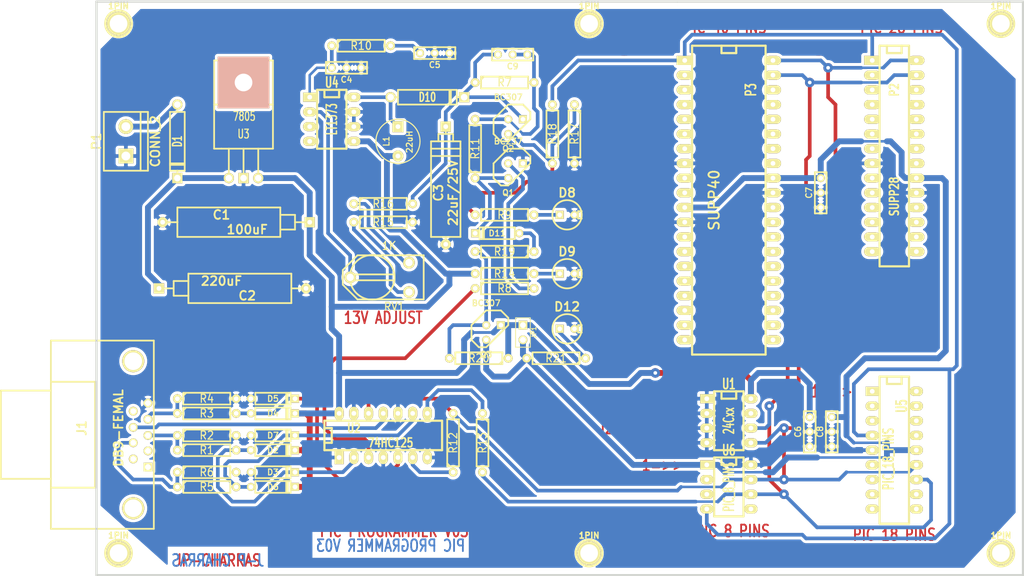
<source format=kicad_pcb>
(kicad_pcb (version 4) (host pcbnew "(2014-07-04 BZR 4974)-product")
  (title_block (title "SERIAL PIC PROGRAMMER"))
  (layers (0 Composant signal) (31 Cuivre signal) (34 B.Paste user) (35 F.Paste user) (36 B.SilkS user) (37 F.SilkS user) (38 B.Mask user) (39 F.Mask user) (44 Edge.Cuts user))
  (net 0 "")
  (net 1 /pic_programmer/CTS)
  (net 2 /pic_programmer/TXD)
  (net 3 GND)
  (net 4 VCC)
  (net 5 VPP)
  (net 6 VCC_PIC)
  (net 7 /pic_programmer/DTR)
  (net 8 /pic_programmer/PC-CLOCK-OUT)
  (net 9 VPP-MCLR)
  (net 10 CLOCK-RB6)
  (net 11 DATA-RB7)
  (net 12 "Net-(C2-Pad1)")
  (net 13 "Net-(C4-Pad1)")
  (net 14 "Net-(C5-Pad1)")
  (net 15 "Net-(C9-Pad2)")
  (net 16 "Net-(D1-Pad1)")
  (net 17 "Net-(D2-Pad1)")
  (net 18 "Net-(D4-Pad1)")
  (net 19 "Net-(D6-Pad1)")
  (net 20 "Net-(D8-Pad1)")
  (net 21 "Net-(D9-Pad1)")
  (net 22 "Net-(D10-Pad1)")
  (net 23 "Net-(D11-Pad2)")
  (net 24 "Net-(D11-Pad1)")
  (net 25 "Net-(D12-Pad1)")
  (net 26 "Net-(Q1-Pad2)")
  (net 27 "Net-(Q2-Pad3)")
  (net 28 "Net-(Q3-Pad2)")
  (net 29 "Net-(R8-Pad1)")
  (net 30 "Net-(R12-Pad1)")
  (net 31 "Net-(R13-Pad1)")
  (net 32 "Net-(R15-Pad1)")
  (net 33 "Net-(R16-Pad1)")
  (net 34 "Net-(RV1-Pad2)")
  (module 28DIP-ELL300 (layer Composant) (at 211.455 67.31 270)
    (fp_text reference P2 (at -11.43 0 270) (layer F.SilkS) (effects (font (size 1.524 1.143) (thickness 0.3048))))
    (fp_text value SUPP28 (at 6.985 0 270) (layer F.SilkS) (effects (font (size 1.524 1.143) (thickness 0.3048))))
    (pad 2 thru_hole oval (at -13.97 3.81 270) (size 1.5748 2.794) (drill 0.812799) (layers *.Cu *.Mask F.SilkS))
    (pad 3 thru_hole oval (at -11.43 3.81 270) (size 1.5748 2.794) (drill 0.812799) (layers *.Cu *.Mask F.SilkS))
    (pad 4 thru_hole oval (at -8.89 3.81 270) (size 1.5748 2.794) (drill 0.812799) (layers *.Cu *.Mask F.SilkS))
    (pad 5 thru_hole oval (at -6.35 3.81 270) (size 1.5748 2.794) (drill 0.812799) (layers *.Cu *.Mask F.SilkS))
    (pad 6 thru_hole oval (at -3.81 3.81 270) (size 1.5748 2.794) (drill 0.812799) (layers *.Cu *.Mask F.SilkS))
    (pad 7 thru_hole oval (at -1.27 3.81 270) (size 1.5748 2.794) (drill 0.812799) (layers *.Cu *.Mask F.SilkS))
    (pad 8 thru_hole oval (at 1.27 3.81 270) (size 1.5748 2.794) (drill 0.812799) (layers *.Cu *.Mask F.SilkS) (net 3 GND))
    (pad 9 thru_hole oval (at 3.81 3.81 270) (size 1.5748 2.794) (drill 0.812799) (layers *.Cu *.Mask F.SilkS))
    (pad 10 thru_hole oval (at 6.35 3.81 270) (size 1.5748 2.794) (drill 0.812799) (layers *.Cu *.Mask F.SilkS))
    (pad 11 thru_hole oval (at 8.89 3.81 270) (size 1.5748 2.794) (drill 0.812799) (layers *.Cu *.Mask F.SilkS))
    (pad 12 thru_hole oval (at 11.43 3.81 270) (size 1.5748 2.794) (drill 0.812799) (layers *.Cu *.Mask F.SilkS))
    (pad 13 thru_hole oval (at 13.97 3.81 270) (size 1.5748 2.794) (drill 0.812799) (layers *.Cu *.Mask F.SilkS))
    (pad 14 thru_hole oval (at 16.51 3.81 270) (size 1.5748 2.794) (drill 0.812799) (layers *.Cu *.Mask F.SilkS))
    (pad 1 thru_hole rect (at -16.51 3.81 270) (size 1.5748 2.794) (drill 0.812799) (layers *.Cu *.Mask F.SilkS) (net 9 VPP-MCLR))
    (pad 15 thru_hole oval (at 16.51 -3.81 270) (size 1.5748 2.794) (drill 0.812799) (layers *.Cu *.Mask F.SilkS))
    (pad 16 thru_hole oval (at 13.97 -3.81 270) (size 1.5748 2.794) (drill 0.812799) (layers *.Cu *.Mask F.SilkS))
    (pad 17 thru_hole oval (at 11.43 -3.81 270) (size 1.5748 2.794) (drill 0.812799) (layers *.Cu *.Mask F.SilkS))
    (pad 18 thru_hole oval (at 8.89 -3.81 270) (size 1.5748 2.794) (drill 0.812799) (layers *.Cu *.Mask F.SilkS))
    (pad 19 thru_hole oval (at 6.35 -3.81 270) (size 1.5748 2.794) (drill 0.812799) (layers *.Cu *.Mask F.SilkS) (net 3 GND))
    (pad 20 thru_hole oval (at 3.81 -3.81 270) (size 1.5748 2.794) (drill 0.812799) (layers *.Cu *.Mask F.SilkS) (net 6 VCC_PIC))
    (pad 21 thru_hole oval (at 1.27 -3.81 270) (size 1.5748 2.794) (drill 0.812799) (layers *.Cu *.Mask F.SilkS))
    (pad 22 thru_hole oval (at -1.27 -3.81 270) (size 1.5748 2.794) (drill 0.812799) (layers *.Cu *.Mask F.SilkS))
    (pad 23 thru_hole oval (at -3.81 -3.81 270) (size 1.5748 2.794) (drill 0.812799) (layers *.Cu *.Mask F.SilkS))
    (pad 24 thru_hole oval (at -6.35 -3.81 270) (size 1.5748 2.794) (drill 0.812799) (layers *.Cu *.Mask F.SilkS))
    (pad 25 thru_hole oval (at -8.89 -3.81 270) (size 1.5748 2.794) (drill 0.812799) (layers *.Cu *.Mask F.SilkS))
    (pad 26 thru_hole oval (at -11.43 -3.81 270) (size 1.5748 2.794) (drill 0.812799) (layers *.Cu *.Mask F.SilkS))
    (pad 27 thru_hole oval (at -13.97 -3.81 270) (size 1.5748 2.794) (drill 0.812799) (layers *.Cu *.Mask F.SilkS) (net 10 CLOCK-RB6))
    (pad 28 thru_hole oval (at -16.51 -3.81 270) (size 1.5748 2.794) (drill 0.812799) (layers *.Cu *.Mask F.SilkS) (net 11 DATA-RB7))
  )
  (module 40DIP-ELL600 (layer Composant) (at 182.88 74.93 270)
    (fp_text reference P3 (at -19.05 -3.81 270) (layer F.SilkS) (effects (font (size 1.778 1.143) (thickness 0.3048))))
    (fp_text value SUPP40 (at 0 2.54 270) (layer F.SilkS) (effects (font (size 1.778 1.778) (thickness 0.3048))))
    (pad 1 thru_hole rect (at -24.13 7.62 270) (size 1.5748 2.794) (drill 0.812799) (layers *.Cu *.Mask F.SilkS) (net 9 VPP-MCLR))
    (pad 2 thru_hole oval (at -21.59 7.62 270) (size 1.5748 2.794) (drill 0.812799) (layers *.Cu *.Mask F.SilkS))
    (pad 3 thru_hole oval (at -19.05 7.62 270) (size 1.5748 2.794) (drill 0.812799) (layers *.Cu *.Mask F.SilkS))
    (pad 4 thru_hole oval (at -16.51 7.62 270) (size 1.5748 2.794) (drill 0.812799) (layers *.Cu *.Mask F.SilkS))
    (pad 5 thru_hole oval (at -13.97 7.62 270) (size 1.5748 2.794) (drill 0.812799) (layers *.Cu *.Mask F.SilkS))
    (pad 6 thru_hole oval (at -11.43 7.62 270) (size 1.5748 2.794) (drill 0.812799) (layers *.Cu *.Mask F.SilkS))
    (pad 7 thru_hole oval (at -8.89 7.62 270) (size 1.5748 2.794) (drill 0.812799) (layers *.Cu *.Mask F.SilkS))
    (pad 8 thru_hole oval (at -6.35 7.62 270) (size 1.5748 2.794) (drill 0.812799) (layers *.Cu *.Mask F.SilkS) (net 3 GND))
    (pad 9 thru_hole oval (at -3.81 7.62 270) (size 1.5748 2.794) (drill 0.812799) (layers *.Cu *.Mask F.SilkS))
    (pad 10 thru_hole oval (at -1.27 7.62 270) (size 1.5748 2.794) (drill 0.812799) (layers *.Cu *.Mask F.SilkS))
    (pad 11 thru_hole oval (at 1.27 7.62 270) (size 1.5748 2.794) (drill 0.812799) (layers *.Cu *.Mask F.SilkS) (net 6 VCC_PIC))
    (pad 12 thru_hole oval (at 3.81 7.62 270) (size 1.5748 2.794) (drill 0.812799) (layers *.Cu *.Mask F.SilkS) (net 3 GND))
    (pad 13 thru_hole oval (at 6.35 7.62 270) (size 1.5748 2.794) (drill 0.812799) (layers *.Cu *.Mask F.SilkS))
    (pad 14 thru_hole oval (at 8.89 7.62 270) (size 1.5748 2.794) (drill 0.812799) (layers *.Cu *.Mask F.SilkS))
    (pad 15 thru_hole oval (at 11.43 7.62 270) (size 1.5748 2.794) (drill 0.812799) (layers *.Cu *.Mask F.SilkS))
    (pad 16 thru_hole oval (at 13.97 7.62 270) (size 1.5748 2.794) (drill 0.812799) (layers *.Cu *.Mask F.SilkS))
    (pad 17 thru_hole oval (at 16.51 7.62 270) (size 1.5748 2.794) (drill 0.812799) (layers *.Cu *.Mask F.SilkS))
    (pad 18 thru_hole oval (at 19.05 7.62 270) (size 1.5748 2.794) (drill 0.812799) (layers *.Cu *.Mask F.SilkS))
    (pad 19 thru_hole oval (at 21.59 7.62 270) (size 1.5748 2.794) (drill 0.812799) (layers *.Cu *.Mask F.SilkS))
    (pad 20 thru_hole oval (at 24.13 7.62 270) (size 1.5748 2.794) (drill 0.812799) (layers *.Cu *.Mask F.SilkS))
    (pad 21 thru_hole oval (at 24.13 -7.62 270) (size 1.5748 2.794) (drill 0.812799) (layers *.Cu *.Mask F.SilkS))
    (pad 22 thru_hole oval (at 21.59 -7.62 270) (size 1.5748 2.794) (drill 0.812799) (layers *.Cu *.Mask F.SilkS))
    (pad 23 thru_hole oval (at 19.05 -7.62 270) (size 1.5748 2.794) (drill 0.812799) (layers *.Cu *.Mask F.SilkS))
    (pad 24 thru_hole oval (at 16.51 -7.62 270) (size 1.5748 2.794) (drill 0.812799) (layers *.Cu *.Mask F.SilkS))
    (pad 25 thru_hole oval (at 13.97 -7.62 270) (size 1.5748 2.794) (drill 0.812799) (layers *.Cu *.Mask F.SilkS))
    (pad 26 thru_hole oval (at 11.43 -7.62 270) (size 1.5748 2.794) (drill 0.812799) (layers *.Cu *.Mask F.SilkS))
    (pad 27 thru_hole oval (at 8.89 -7.62 270) (size 1.5748 2.794) (drill 0.812799) (layers *.Cu *.Mask F.SilkS))
    (pad 28 thru_hole oval (at 6.35 -7.62 270) (size 1.5748 2.794) (drill 0.812799) (layers *.Cu *.Mask F.SilkS))
    (pad 29 thru_hole oval (at 3.81 -7.62 270) (size 1.5748 2.794) (drill 0.812799) (layers *.Cu *.Mask F.SilkS))
    (pad 30 thru_hole oval (at 1.27 -7.62 270) (size 1.5748 2.794) (drill 0.812799) (layers *.Cu *.Mask F.SilkS))
    (pad 31 thru_hole oval (at -1.27 -7.62 270) (size 1.5748 2.794) (drill 0.812799) (layers *.Cu *.Mask F.SilkS) (net 3 GND))
    (pad 32 thru_hole oval (at -3.81 -7.62 270) (size 1.5748 2.794) (drill 0.812799) (layers *.Cu *.Mask F.SilkS) (net 6 VCC_PIC))
    (pad 33 thru_hole oval (at -6.35 -7.62 270) (size 1.5748 2.794) (drill 0.812799) (layers *.Cu *.Mask F.SilkS))
    (pad 34 thru_hole oval (at -8.89 -7.62 270) (size 1.5748 2.794) (drill 0.812799) (layers *.Cu *.Mask F.SilkS))
    (pad 35 thru_hole oval (at -11.43 -7.62 270) (size 1.5748 2.794) (drill 0.812799) (layers *.Cu *.Mask F.SilkS))
    (pad 36 thru_hole oval (at -13.97 -7.62 270) (size 1.5748 2.794) (drill 0.812799) (layers *.Cu *.Mask F.SilkS))
    (pad 37 thru_hole oval (at -16.51 -7.62 270) (size 1.5748 2.794) (drill 0.812799) (layers *.Cu *.Mask F.SilkS))
    (pad 38 thru_hole oval (at -19.05 -7.62 270) (size 1.5748 2.794) (drill 0.812799) (layers *.Cu *.Mask F.SilkS))
    (pad 39 thru_hole oval (at -21.59 -7.62 270) (size 1.5748 2.794) (drill 0.812799) (layers *.Cu *.Mask F.SilkS) (net 10 CLOCK-RB6))
    (pad 40 thru_hole oval (at -24.13 -7.62 270) (size 1.5748 2.794) (drill 0.812799) (layers *.Cu *.Mask F.SilkS) (net 11 DATA-RB7))
  )
  (module 1pin (layer Composant) (at 158.75 44.45)
    (fp_text reference 1PIN (at 0 -3.048) (layer F.SilkS) (effects (font (size 1.016 1.016) (thickness 0.254))))
    (fp_text value P*** hide)
    (pad 1 thru_hole circle (at 0 0) (size 4.064 4.064) (drill 3.048) (layers *.Cu *.Mask F.SilkS))
  )
  (module 1pin (layer Composant) (at 158.75 135.89)
    (fp_text reference 1PIN (at 0 -3.048) (layer F.SilkS) (effects (font (size 1.016 1.016) (thickness 0.254))))
    (fp_text value P*** hide)
    (pad 1 thru_hole circle (at 0 0) (size 4.064 4.064) (drill 3.048) (layers *.Cu *.Mask F.SilkS))
  )
  (module 1pin (layer Composant) (at 77.47 135.89)
    (fp_text reference 1PIN (at 0 -3.048) (layer F.SilkS) (effects (font (size 1.016 1.016) (thickness 0.254))))
    (fp_text value P*** hide)
    (pad 1 thru_hole circle (at 0 0) (size 4.064 4.064) (drill 3.048) (layers *.Cu *.Mask F.SilkS))
  )
  (module 1pin (layer Composant) (at 77.47 44.45)
    (fp_text reference 1PIN (at 0 -3.048) (layer F.SilkS) (effects (font (size 1.016 1.016) (thickness 0.254))))
    (fp_text value P*** hide)
    (pad 1 thru_hole circle (at 0 0) (size 4.064 4.064) (drill 3.048) (layers *.Cu *.Mask F.SilkS))
  )
  (module 1pin (layer Composant) (at 229.87 135.89)
    (fp_text reference 1PIN (at 0 -3.048) (layer F.SilkS) (effects (font (size 1.016 1.016) (thickness 0.254))))
    (fp_text value P*** hide)
    (pad 1 thru_hole circle (at 0 0) (size 4.064 4.064) (drill 3.048) (layers *.Cu *.Mask F.SilkS))
  )
  (module 1pin (layer Composant) (at 229.87 44.45)
    (fp_text reference 1PIN (at 0 -3.048) (layer F.SilkS) (effects (font (size 1.016 1.016) (thickness 0.254))))
    (fp_text value P*** hide)
    (pad 1 thru_hole circle (at 0 0) (size 4.064 4.064) (drill 3.048) (layers *.Cu *.Mask F.SilkS))
  )
  (module discret:CP10 (layer Composant) (at 97.79 78.74 180)
    (fp_text reference C1 (at 2.54 1.27 180) (layer F.SilkS) (effects (font (thickness 0.3048))))
    (fp_text value 100uF (at -1.905 -1.27 180) (layer F.SilkS) (effects (font (thickness 0.3048))))
    (pad 2 thru_hole circle (at 12.7 0 180) (size 1.778 1.778) (drill 0.8128) (layers *.Cu *.Mask F.SilkS) (net 3 GND))
    (pad 1 thru_hole rect (at -12.7 0 180) (size 1.778 1.778) (drill 0.8128) (layers *.Cu *.Mask F.SilkS) (net 4 VCC))
  )
  (module discret:CP10 (layer Composant) (at 97.155 90.17)
    (fp_text reference C2 (at 2.54 1.27) (layer F.SilkS) (effects (font (thickness 0.3048))))
    (fp_text value 220uF (at -1.905 -1.27) (layer F.SilkS) (effects (font (thickness 0.3048))))
    (pad 2 thru_hole circle (at 12.7 0) (size 1.778 1.778) (drill 0.8128) (layers *.Cu *.Mask F.SilkS) (net 3 GND))
    (pad 1 thru_hole rect (at -12.7 0) (size 1.778 1.778) (drill 0.8128) (layers *.Cu *.Mask F.SilkS) (net 12 "Net-(C2-Pad1)"))
  )
  (module discret:CP8 (layer Composant) (at 133.985 72.39 270)
    (fp_text reference C3 (at 1.27 1.27 270) (layer F.SilkS) (effects (font (thickness 0.3048))))
    (fp_text value 22uF/25V (at 1.27 -1.27 270) (layer F.SilkS) (effects (font (thickness 0.3048))))
    (pad 1 thru_hole rect (at -10.16 0 270) (size 1.778 1.778) (drill 0.8128) (layers *.Cu *.Mask F.SilkS) (net 5 VPP))
    (pad 2 thru_hole circle (at 10.16 0 270) (size 1.778 1.778) (drill 0.8128) (layers *.Cu *.Mask F.SilkS) (net 3 GND))
  )
  (module discret:C1-1 (layer Composant) (at 116.84 52.07)
    (fp_text reference C4 (at 0 2.032) (layer F.SilkS) (effects (font (size 1.016 1.016) (thickness 0.2032))))
    (fp_text value 0 hide)
    (pad 1 thru_hole circle (at -2.54 0) (size 1.397 1.397) (drill 0.8128) (layers *.Cu *.Mask F.SilkS) (net 13 "Net-(C4-Pad1)"))
    (pad 2 thru_hole circle (at 2.54 0) (size 1.397 1.397) (drill 0.8128) (layers *.Cu *.Mask F.SilkS) (net 3 GND))
    (pad 2 thru_hole circle (at 0 0) (size 1.397 1.397) (drill 0.8128) (layers *.Cu *.Mask F.SilkS) (net 3 GND))
  )
  (module discret:C1-1 (layer Composant) (at 132.08 49.53)
    (fp_text reference C5 (at 0 2.032) (layer F.SilkS) (effects (font (size 1.016 1.016) (thickness 0.2032))))
    (fp_text value 10nF hide)
    (pad 1 thru_hole circle (at -2.54 0) (size 1.397 1.397) (drill 0.8128) (layers *.Cu *.Mask F.SilkS) (net 14 "Net-(C5-Pad1)"))
    (pad 2 thru_hole circle (at 2.54 0) (size 1.397 1.397) (drill 0.8128) (layers *.Cu *.Mask F.SilkS) (net 3 GND))
    (pad 2 thru_hole circle (at 0 0) (size 1.397 1.397) (drill 0.8128) (layers *.Cu *.Mask F.SilkS) (net 3 GND))
  )
  (module discret:C1-1 (layer Composant) (at 196.85 114.935 270)
    (fp_text reference C6 (at 0 2.032 270) (layer F.SilkS) (effects (font (size 1.016 1.016) (thickness 0.2032))))
    (fp_text value 100nF hide)
    (pad 1 thru_hole circle (at -2.54 0 270) (size 1.397 1.397) (drill 0.8128) (layers *.Cu *.Mask F.SilkS) (net 4 VCC))
    (pad 2 thru_hole circle (at 2.54 0 270) (size 1.397 1.397) (drill 0.8128) (layers *.Cu *.Mask F.SilkS) (net 3 GND))
    (pad 2 thru_hole circle (at 0 0 270) (size 1.397 1.397) (drill 0.8128) (layers *.Cu *.Mask F.SilkS) (net 3 GND))
  )
  (module discret:C1-1 (layer Composant) (at 198.755 73.66 270)
    (fp_text reference C7 (at 0 2.032 270) (layer F.SilkS) (effects (font (size 1.016 1.016) (thickness 0.2032))))
    (fp_text value 100nF hide)
    (pad 1 thru_hole circle (at -2.54 0 270) (size 1.397 1.397) (drill 0.8128) (layers *.Cu *.Mask F.SilkS) (net 6 VCC_PIC))
    (pad 2 thru_hole circle (at 2.54 0 270) (size 1.397 1.397) (drill 0.8128) (layers *.Cu *.Mask F.SilkS) (net 3 GND))
    (pad 2 thru_hole circle (at 0 0 270) (size 1.397 1.397) (drill 0.8128) (layers *.Cu *.Mask F.SilkS) (net 3 GND))
  )
  (module discret:C1-1 (layer Composant) (at 200.66 114.935 270)
    (fp_text reference C8 (at 0 2.032 270) (layer F.SilkS) (effects (font (size 1.016 1.016) (thickness 0.2032))))
    (fp_text value 100nF hide)
    (pad 1 thru_hole circle (at -2.54 0 270) (size 1.397 1.397) (drill 0.8128) (layers *.Cu *.Mask F.SilkS) (net 6 VCC_PIC))
    (pad 2 thru_hole circle (at 2.54 0 270) (size 1.397 1.397) (drill 0.8128) (layers *.Cu *.Mask F.SilkS) (net 3 GND))
    (pad 2 thru_hole circle (at 0 0 270) (size 1.397 1.397) (drill 0.8128) (layers *.Cu *.Mask F.SilkS) (net 3 GND))
  )
  (module discret:C1-1 (layer Composant) (at 145.542 49.784)
    (fp_text reference C9 (at 0 2.032) (layer F.SilkS) (effects (font (size 1.016 1.016) (thickness 0.2032))))
    (fp_text value 22OnF hide)
    (pad 1 thru_hole circle (at -2.54 0) (size 1.397 1.397) (drill 0.8128) (layers *.Cu *.Mask F.SilkS) (net 5 VPP))
    (pad 2 thru_hole circle (at 2.54 0) (size 1.397 1.397) (drill 0.8128) (layers *.Cu *.Mask F.SilkS) (net 15 "Net-(C9-Pad2)"))
    (pad 2 thru_hole circle (at 0 0) (size 1.397 1.397) (drill 0.8128) (layers *.Cu *.Mask F.SilkS) (net 15 "Net-(C9-Pad2)"))
  )
  (module discret:D5 (layer Composant) (at 87.63 64.77 270)
    (fp_text reference D1 (at 0 0 270) (layer F.SilkS) (effects (font (size 1.524 1.016) (thickness 0.3048))))
    (fp_text value 1N4004 hide)
    (pad 1 thru_hole circle (at -6.35 0 270) (size 1.778 1.778) (drill 1.143) (layers *.Cu *.Mask F.SilkS) (net 16 "Net-(D1-Pad1)"))
    (pad 2 thru_hole rect (at 6.35 0 270) (size 1.778 1.778) (drill 1.143) (layers *.Cu *.Mask F.SilkS) (net 12 "Net-(C2-Pad1)"))
  )
  (module discret:D3 (layer Composant) (at 104.14 118.11)
    (fp_text reference D2 (at 0 0) (layer F.SilkS) (effects (font (size 1.016 1.016) (thickness 0.2032))))
    (fp_text value BAT43 hide)
    (pad 2 thru_hole rect (at 3.81 0) (size 1.397 1.397) (drill 0.8128) (layers *.Cu *.Mask F.SilkS) (net 4 VCC))
    (pad 1 thru_hole circle (at -3.81 0) (size 1.397 1.397) (drill 0.8128) (layers *.Cu *.Mask F.SilkS) (net 17 "Net-(D2-Pad1)"))
  )
  (module discret:D3 (layer Composant) (at 104.14 121.92)
    (fp_text reference D3 (at 0 0) (layer F.SilkS) (effects (font (size 1.016 1.016) (thickness 0.2032))))
    (fp_text value BAT43 hide)
    (pad 2 thru_hole rect (at 3.81 0) (size 1.397 1.397) (drill 0.8128) (layers *.Cu *.Mask F.SilkS) (net 17 "Net-(D2-Pad1)"))
    (pad 1 thru_hole circle (at -3.81 0) (size 1.397 1.397) (drill 0.8128) (layers *.Cu *.Mask F.SilkS) (net 3 GND))
  )
  (module discret:D3 (layer Composant) (at 104.14 111.76)
    (fp_text reference D4 (at 0 0) (layer F.SilkS) (effects (font (size 1.016 1.016) (thickness 0.2032))))
    (fp_text value BAT43 hide)
    (pad 2 thru_hole rect (at 3.81 0) (size 1.397 1.397) (drill 0.8128) (layers *.Cu *.Mask F.SilkS) (net 4 VCC))
    (pad 1 thru_hole circle (at -3.81 0) (size 1.397 1.397) (drill 0.8128) (layers *.Cu *.Mask F.SilkS) (net 18 "Net-(D4-Pad1)"))
  )
  (module discret:D3 (layer Composant) (at 104.14 109.22)
    (fp_text reference D5 (at 0 0) (layer F.SilkS) (effects (font (size 1.016 1.016) (thickness 0.2032))))
    (fp_text value BAT43 hide)
    (pad 2 thru_hole rect (at 3.81 0) (size 1.397 1.397) (drill 0.8128) (layers *.Cu *.Mask F.SilkS) (net 18 "Net-(D4-Pad1)"))
    (pad 1 thru_hole circle (at -3.81 0) (size 1.397 1.397) (drill 0.8128) (layers *.Cu *.Mask F.SilkS) (net 3 GND))
  )
  (module discret:D3 (layer Composant) (at 104.14 124.46)
    (fp_text reference D6 (at 0 0) (layer F.SilkS) (effects (font (size 1.016 1.016) (thickness 0.2032))))
    (fp_text value BAT43 hide)
    (pad 2 thru_hole rect (at 3.81 0) (size 1.397 1.397) (drill 0.8128) (layers *.Cu *.Mask F.SilkS) (net 4 VCC))
    (pad 1 thru_hole circle (at -3.81 0) (size 1.397 1.397) (drill 0.8128) (layers *.Cu *.Mask F.SilkS) (net 19 "Net-(D6-Pad1)"))
  )
  (module discret:D3 (layer Composant) (at 104.14 115.57)
    (fp_text reference D7 (at 0 0) (layer F.SilkS) (effects (font (size 1.016 1.016) (thickness 0.2032))))
    (fp_text value BAT43 hide)
    (pad 2 thru_hole rect (at 3.81 0) (size 1.397 1.397) (drill 0.8128) (layers *.Cu *.Mask F.SilkS) (net 19 "Net-(D6-Pad1)"))
    (pad 1 thru_hole circle (at -3.81 0) (size 1.397 1.397) (drill 0.8128) (layers *.Cu *.Mask F.SilkS) (net 3 GND))
  )
  (module discret:LEDV (layer Composant) (at 154.94 77.47)
    (fp_text reference D8 (at 0 -3.81) (layer F.SilkS) (effects (font (thickness 0.3048))))
    (fp_text value RED-LED hide)
    (pad 1 thru_hole rect (at -1.27 0) (size 1.397 1.397) (drill 0.8128) (layers *.Cu *.Mask F.SilkS) (net 20 "Net-(D8-Pad1)"))
    (pad 2 thru_hole circle (at 1.27 0) (size 1.397 1.397) (drill 0.8128) (layers *.Cu *.Mask F.SilkS) (net 3 GND))
  )
  (module discret:LEDV (layer Composant) (at 154.94 87.63)
    (fp_text reference D9 (at 0 -3.81) (layer F.SilkS) (effects (font (thickness 0.3048))))
    (fp_text value GREEN-LED hide)
    (pad 1 thru_hole rect (at -1.27 0) (size 1.397 1.397) (drill 0.8128) (layers *.Cu *.Mask F.SilkS) (net 21 "Net-(D9-Pad1)"))
    (pad 2 thru_hole circle (at 1.27 0) (size 1.397 1.397) (drill 0.8128) (layers *.Cu *.Mask F.SilkS) (net 3 GND))
  )
  (module discret:D5 (layer Composant) (at 130.81 57.15)
    (fp_text reference D10 (at 0 0) (layer F.SilkS) (effects (font (size 1.524 1.016) (thickness 0.3048))))
    (fp_text value SCHOTTKY hide)
    (pad 1 thru_hole circle (at -6.35 0) (size 1.778 1.778) (drill 1.143) (layers *.Cu *.Mask F.SilkS) (net 22 "Net-(D10-Pad1)"))
    (pad 2 thru_hole rect (at 6.35 0) (size 1.778 1.778) (drill 1.143) (layers *.Cu *.Mask F.SilkS) (net 5 VPP))
  )
  (module discret:D3 (layer Composant) (at 142.875 80.645 180)
    (fp_text reference D11 (at 0 0 180) (layer F.SilkS) (effects (font (size 1.016 1.016) (thickness 0.2032))))
    (fp_text value BAT43 hide)
    (pad 2 thru_hole rect (at 3.81 0 180) (size 1.397 1.397) (drill 0.8128) (layers *.Cu *.Mask F.SilkS) (net 23 "Net-(D11-Pad2)"))
    (pad 1 thru_hole circle (at -3.81 0 180) (size 1.397 1.397) (drill 0.8128) (layers *.Cu *.Mask F.SilkS) (net 24 "Net-(D11-Pad1)"))
  )
  (module discret:LEDV (layer Composant) (at 154.94 97.155)
    (fp_text reference D12 (at 0 -3.81) (layer F.SilkS) (effects (font (thickness 0.3048))))
    (fp_text value YELLOW-LED hide)
    (pad 1 thru_hole rect (at -1.27 0) (size 1.397 1.397) (drill 0.8128) (layers *.Cu *.Mask F.SilkS) (net 25 "Net-(D12-Pad1)"))
    (pad 2 thru_hole circle (at 1.27 0) (size 1.397 1.397) (drill 0.8128) (layers *.Cu *.Mask F.SilkS) (net 3 GND))
  )
  (module connect:DB9FC (layer Composant) (at 81.28 115.57 90)
    (fp_text reference J1 (at 1.27 -10.16 90) (layer F.SilkS) (effects (font (thickness 0.3048))))
    (fp_text value DB9-FEMAL (at 1.27 -3.81 90) (layer F.SilkS) (effects (font (thickness 0.3048))))
    (pad "" thru_hole circle (at 12.827 -1.27 90) (size 3.81 3.81) (drill 3.048) (layers *.Cu *.Mask F.SilkS))
    (pad "" thru_hole circle (at -12.573 -1.27 90) (size 3.81 3.81) (drill 3.048) (layers *.Cu *.Mask F.SilkS))
    (pad 1 thru_hole rect (at -5.461 1.27 90) (size 1.524 1.524) (drill 1.016) (layers *.Cu *.Mask F.SilkS))
    (pad 2 thru_hole circle (at -2.667 1.27 90) (size 1.524 1.524) (drill 1.016) (layers *.Cu *.Mask F.SilkS))
    (pad 3 thru_hole circle (at 0 1.27 90) (size 1.524 1.524) (drill 1.016) (layers *.Cu *.Mask F.SilkS) (net 2 /pic_programmer/TXD))
    (pad 4 thru_hole circle (at 2.794 1.27 90) (size 1.524 1.524) (drill 1.016) (layers *.Cu *.Mask F.SilkS) (net 7 /pic_programmer/DTR))
    (pad 5 thru_hole circle (at 5.588 1.27 90) (size 1.524 1.524) (drill 1.016) (layers *.Cu *.Mask F.SilkS) (net 3 GND))
    (pad 6 thru_hole circle (at -4.064 -1.27 90) (size 1.524 1.524) (drill 1.016) (layers *.Cu *.Mask F.SilkS))
    (pad 7 thru_hole circle (at -1.27 -1.27 90) (size 1.524 1.524) (drill 1.016) (layers *.Cu *.Mask F.SilkS) (net 8 /pic_programmer/PC-CLOCK-OUT))
    (pad 8 thru_hole circle (at 1.397 -1.27 90) (size 1.524 1.524) (drill 1.016) (layers *.Cu *.Mask F.SilkS) (net 1 /pic_programmer/CTS))
    (pad 9 thru_hole circle (at 4.191 -1.27 90) (size 1.524 1.524) (drill 1.016) (layers *.Cu *.Mask F.SilkS))
  )
  (module pin_array:PIN_ARRAY_2X1 (layer Composant) (at 147.32 97.79 270)
    (fp_text reference JP1 (at 0 -1.905 270) (layer F.SilkS) (effects (font (size 0.762 0.762) (thickness 0.1524))))
    (fp_text value JUMPER hide)
    (pad 1 thru_hole rect (at -1.27 0 270) (size 1.524 1.524) (drill 1.016) (layers *.Cu *.Mask F.SilkS) (net 4 VCC))
    (pad 2 thru_hole circle (at 1.27 0 270) (size 1.524 1.524) (drill 1.016) (layers *.Cu *.Mask F.SilkS) (net 6 VCC_PIC))
  )
  (module inductors:INDUCTOR_V (layer Composant) (at 125.73 64.77 270)
    (fp_text reference L1 (at 0 1.99898 270) (layer F.SilkS) (effects (font (size 1.00076 1.00076) (thickness 0.2032))))
    (fp_text value 22uH (at 0.09906 -1.99898 270) (layer F.SilkS) (effects (font (size 1.00076 1.00076) (thickness 0.2032))))
    (pad 1 thru_hole rect (at -2.54 0 270) (size 1.905 1.905) (drill 0.8128) (layers *.Cu *.Mask F.SilkS) (net 22 "Net-(D10-Pad1)"))
    (pad 2 thru_hole circle (at 2.54 0 270) (size 1.905 1.905) (drill 0.8128) (layers *.Cu *.Mask F.SilkS) (net 4 VCC))
  )
  (module connect:bornier2 (layer Composant) (at 78.74 64.77 90)
    (fp_text reference P1 (at 0 -5.08 90) (layer F.SilkS) (effects (font (thickness 0.3048))))
    (fp_text value CONN_2 (at 0 5.08 90) (layer F.SilkS) (effects (font (thickness 0.3048))))
    (pad 1 thru_hole rect (at -2.54 0 90) (size 2.54 2.54) (drill 1.524) (layers *.Cu *.Mask F.SilkS) (net 3 GND))
    (pad 2 thru_hole circle (at 2.54 0 90) (size 2.54 2.54) (drill 1.524) (layers *.Cu *.Mask F.SilkS) (net 16 "Net-(D1-Pad1)"))
  )
  (module discret:TO92 (layer Composant) (at 146.05 69.85)
    (fp_text reference Q1 (at -1.27 3.81) (layer F.SilkS) (effects (font (size 1.016 1.016) (thickness 0.2032))))
    (fp_text value BC237 (at -1.27 -5.08) (layer F.SilkS) (effects (font (size 1.016 1.016) (thickness 0.2032))))
    (pad 1 thru_hole rect (at 1.27 -1.27) (size 1.397 1.397) (drill 0.8128) (layers *.Cu *.Mask F.SilkS) (net 3 GND))
    (pad 2 thru_hole circle (at -1.27 -1.27) (size 1.397 1.397) (drill 0.8128) (layers *.Cu *.Mask F.SilkS) (net 26 "Net-(Q1-Pad2)"))
    (pad 3 thru_hole circle (at -1.27 1.27) (size 1.397 1.397) (drill 0.8128) (layers *.Cu *.Mask F.SilkS) (net 23 "Net-(D11-Pad2)"))
  )
  (module discret:TO92 (layer Composant) (at 146.05 62.23)
    (fp_text reference Q2 (at -1.27 3.81) (layer F.SilkS) (effects (font (size 1.016 1.016) (thickness 0.2032))))
    (fp_text value BC307 (at -1.27 -5.08) (layer F.SilkS) (effects (font (size 1.016 1.016) (thickness 0.2032))))
    (pad 1 thru_hole rect (at 1.27 -1.27) (size 1.397 1.397) (drill 0.8128) (layers *.Cu *.Mask F.SilkS) (net 5 VPP))
    (pad 2 thru_hole circle (at -1.27 -1.27) (size 1.397 1.397) (drill 0.8128) (layers *.Cu *.Mask F.SilkS) (net 15 "Net-(C9-Pad2)"))
    (pad 3 thru_hole circle (at -1.27 1.27) (size 1.397 1.397) (drill 0.8128) (layers *.Cu *.Mask F.SilkS) (net 27 "Net-(Q2-Pad3)"))
  )
  (module discret:TO92 (layer Composant) (at 142.24 97.79)
    (fp_text reference Q3 (at -1.27 3.81) (layer F.SilkS) (effects (font (size 1.016 1.016) (thickness 0.2032))))
    (fp_text value BC307 (at -1.27 -5.08) (layer F.SilkS) (effects (font (size 1.016 1.016) (thickness 0.2032))))
    (pad 1 thru_hole rect (at 1.27 -1.27) (size 1.397 1.397) (drill 0.8128) (layers *.Cu *.Mask F.SilkS) (net 4 VCC))
    (pad 2 thru_hole circle (at -1.27 -1.27) (size 1.397 1.397) (drill 0.8128) (layers *.Cu *.Mask F.SilkS) (net 28 "Net-(Q3-Pad2)"))
    (pad 3 thru_hole circle (at -1.27 1.27) (size 1.397 1.397) (drill 0.8128) (layers *.Cu *.Mask F.SilkS) (net 6 VCC_PIC))
  )
  (module discret:R4 (layer Composant) (at 92.71 118.11)
    (fp_text reference R1 (at 0 0) (layer F.SilkS) (effects (font (size 1.397 1.27) (thickness 0.2032))))
    (fp_text value 10K hide)
    (pad 1 thru_hole circle (at -5.08 0) (size 1.524 1.524) (drill 0.8128) (layers *.Cu *.Mask F.SilkS) (net 2 /pic_programmer/TXD))
    (pad 2 thru_hole circle (at 5.08 0) (size 1.524 1.524) (drill 0.8128) (layers *.Cu *.Mask F.SilkS) (net 17 "Net-(D2-Pad1)"))
  )
  (module discret:R4 (layer Composant) (at 92.71 115.57)
    (fp_text reference R2 (at 0 0) (layer F.SilkS) (effects (font (size 1.397 1.27) (thickness 0.2032))))
    (fp_text value 10K hide)
    (pad 1 thru_hole circle (at -5.08 0) (size 1.524 1.524) (drill 0.8128) (layers *.Cu *.Mask F.SilkS) (net 2 /pic_programmer/TXD))
    (pad 2 thru_hole circle (at 5.08 0) (size 1.524 1.524) (drill 0.8128) (layers *.Cu *.Mask F.SilkS) (net 3 GND))
  )
  (module discret:R4 (layer Composant) (at 92.71 111.76)
    (fp_text reference R3 (at 0 0) (layer F.SilkS) (effects (font (size 1.397 1.27) (thickness 0.2032))))
    (fp_text value 10K hide)
    (pad 1 thru_hole circle (at -5.08 0) (size 1.524 1.524) (drill 0.8128) (layers *.Cu *.Mask F.SilkS) (net 7 /pic_programmer/DTR))
    (pad 2 thru_hole circle (at 5.08 0) (size 1.524 1.524) (drill 0.8128) (layers *.Cu *.Mask F.SilkS) (net 18 "Net-(D4-Pad1)"))
  )
  (module discret:R4 (layer Composant) (at 92.71 109.22)
    (fp_text reference R4 (at 0 0) (layer F.SilkS) (effects (font (size 1.397 1.27) (thickness 0.2032))))
    (fp_text value 10K hide)
    (pad 1 thru_hole circle (at -5.08 0) (size 1.524 1.524) (drill 0.8128) (layers *.Cu *.Mask F.SilkS) (net 7 /pic_programmer/DTR))
    (pad 2 thru_hole circle (at 5.08 0) (size 1.524 1.524) (drill 0.8128) (layers *.Cu *.Mask F.SilkS) (net 3 GND))
  )
  (module discret:R4 (layer Composant) (at 92.71 124.46)
    (fp_text reference R5 (at 0 0) (layer F.SilkS) (effects (font (size 1.397 1.27) (thickness 0.2032))))
    (fp_text value 10K hide)
    (pad 1 thru_hole circle (at -5.08 0) (size 1.524 1.524) (drill 0.8128) (layers *.Cu *.Mask F.SilkS) (net 8 /pic_programmer/PC-CLOCK-OUT))
    (pad 2 thru_hole circle (at 5.08 0) (size 1.524 1.524) (drill 0.8128) (layers *.Cu *.Mask F.SilkS) (net 19 "Net-(D6-Pad1)"))
  )
  (module discret:R4 (layer Composant) (at 92.71 121.92)
    (fp_text reference R6 (at 0 0) (layer F.SilkS) (effects (font (size 1.397 1.27) (thickness 0.2032))))
    (fp_text value 10K hide)
    (pad 1 thru_hole circle (at -5.08 0) (size 1.524 1.524) (drill 0.8128) (layers *.Cu *.Mask F.SilkS) (net 8 /pic_programmer/PC-CLOCK-OUT))
    (pad 2 thru_hole circle (at 5.08 0) (size 1.524 1.524) (drill 0.8128) (layers *.Cu *.Mask F.SilkS) (net 3 GND))
  )
  (module discret:R4 (layer Composant) (at 144.145 54.61)
    (fp_text reference R7 (at 0 0) (layer F.SilkS) (effects (font (size 1.397 1.27) (thickness 0.2032))))
    (fp_text value 10K hide)
    (pad 1 thru_hole circle (at -5.08 0) (size 1.524 1.524) (drill 0.8128) (layers *.Cu *.Mask F.SilkS) (net 5 VPP))
    (pad 2 thru_hole circle (at 5.08 0) (size 1.524 1.524) (drill 0.8128) (layers *.Cu *.Mask F.SilkS) (net 15 "Net-(C9-Pad2)"))
  )
  (module discret:R4 (layer Composant) (at 144.145 90.17)
    (fp_text reference R8 (at 0 0) (layer F.SilkS) (effects (font (size 1.397 1.27) (thickness 0.2032))))
    (fp_text value 1K hide)
    (pad 1 thru_hole circle (at -5.08 0) (size 1.524 1.524) (drill 0.8128) (layers *.Cu *.Mask F.SilkS) (net 29 "Net-(R8-Pad1)"))
    (pad 2 thru_hole circle (at 5.08 0) (size 1.524 1.524) (drill 0.8128) (layers *.Cu *.Mask F.SilkS) (net 26 "Net-(Q1-Pad2)"))
  )
  (module discret:R4 (layer Composant) (at 144.145 77.47)
    (fp_text reference R9 (at 0 0) (layer F.SilkS) (effects (font (size 1.397 1.27) (thickness 0.2032))))
    (fp_text value 2.2K hide)
    (pad 1 thru_hole circle (at -5.08 0) (size 1.524 1.524) (drill 0.8128) (layers *.Cu *.Mask F.SilkS) (net 27 "Net-(Q2-Pad3)"))
    (pad 2 thru_hole circle (at 5.08 0) (size 1.524 1.524) (drill 0.8128) (layers *.Cu *.Mask F.SilkS) (net 20 "Net-(D8-Pad1)"))
  )
  (module discret:R4 (layer Composant) (at 119.38 48.26)
    (fp_text reference R10 (at 0 0) (layer F.SilkS) (effects (font (size 1.397 1.27) (thickness 0.2032))))
    (fp_text value 5,1K hide)
    (pad 1 thru_hole circle (at -5.08 0) (size 1.524 1.524) (drill 0.8128) (layers *.Cu *.Mask F.SilkS) (net 13 "Net-(C4-Pad1)"))
    (pad 2 thru_hole circle (at 5.08 0) (size 1.524 1.524) (drill 0.8128) (layers *.Cu *.Mask F.SilkS) (net 14 "Net-(C5-Pad1)"))
  )
  (module discret:R4 (layer Composant) (at 139.065 66.04 90)
    (fp_text reference R11 (at 0 0 90) (layer F.SilkS) (effects (font (size 1.397 1.27) (thickness 0.2032))))
    (fp_text value 22K hide)
    (pad 1 thru_hole circle (at -5.08 0 90) (size 1.524 1.524) (drill 0.8128) (layers *.Cu *.Mask F.SilkS) (net 23 "Net-(D11-Pad2)"))
    (pad 2 thru_hole circle (at 5.08 0 90) (size 1.524 1.524) (drill 0.8128) (layers *.Cu *.Mask F.SilkS) (net 15 "Net-(C9-Pad2)"))
  )
  (module discret:R4 (layer Composant) (at 135.255 116.84 90)
    (fp_text reference R12 (at 0 0 90) (layer F.SilkS) (effects (font (size 1.397 1.27) (thickness 0.2032))))
    (fp_text value 470 hide)
    (pad 1 thru_hole circle (at -5.08 0 90) (size 1.524 1.524) (drill 0.8128) (layers *.Cu *.Mask F.SilkS) (net 30 "Net-(R12-Pad1)"))
    (pad 2 thru_hole circle (at 5.08 0 90) (size 1.524 1.524) (drill 0.8128) (layers *.Cu *.Mask F.SilkS) (net 11 DATA-RB7))
  )
  (module discret:R4 (layer Composant) (at 140.335 116.84 270)
    (fp_text reference R13 (at 0 0 270) (layer F.SilkS) (effects (font (size 1.397 1.27) (thickness 0.2032))))
    (fp_text value 470 hide)
    (pad 1 thru_hole circle (at -5.08 0 270) (size 1.524 1.524) (drill 0.8128) (layers *.Cu *.Mask F.SilkS) (net 31 "Net-(R13-Pad1)"))
    (pad 2 thru_hole circle (at 5.08 0 270) (size 1.524 1.524) (drill 0.8128) (layers *.Cu *.Mask F.SilkS) (net 10 CLOCK-RB6))
  )
  (module discret:R4 (layer Composant) (at 144.145 87.63)
    (fp_text reference R14 (at 0 0) (layer F.SilkS) (effects (font (size 1.397 1.27) (thickness 0.2032))))
    (fp_text value 470 hide)
    (pad 1 thru_hole circle (at -5.08 0) (size 1.524 1.524) (drill 0.8128) (layers *.Cu *.Mask F.SilkS) (net 4 VCC))
    (pad 2 thru_hole circle (at 5.08 0) (size 1.524 1.524) (drill 0.8128) (layers *.Cu *.Mask F.SilkS) (net 21 "Net-(D9-Pad1)"))
  )
  (module discret:R4 (layer Composant) (at 123.19 78.74)
    (fp_text reference R15 (at 0 0) (layer F.SilkS) (effects (font (size 1.397 1.27) (thickness 0.2032))))
    (fp_text value 6.2K hide)
    (pad 1 thru_hole circle (at -5.08 0) (size 1.524 1.524) (drill 0.8128) (layers *.Cu *.Mask F.SilkS) (net 32 "Net-(R15-Pad1)"))
    (pad 2 thru_hole circle (at 5.08 0) (size 1.524 1.524) (drill 0.8128) (layers *.Cu *.Mask F.SilkS) (net 3 GND))
  )
  (module discret:R4 (layer Composant) (at 123.19 75.565)
    (fp_text reference R16 (at 0 0) (layer F.SilkS) (effects (font (size 1.397 1.27) (thickness 0.2032))))
    (fp_text value 62K hide)
    (pad 1 thru_hole circle (at -5.08 0) (size 1.524 1.524) (drill 0.8128) (layers *.Cu *.Mask F.SilkS) (net 33 "Net-(R16-Pad1)"))
    (pad 2 thru_hole circle (at 5.08 0) (size 1.524 1.524) (drill 0.8128) (layers *.Cu *.Mask F.SilkS) (net 5 VPP))
  )
  (module discret:R4 (layer Composant) (at 156.21 63.5 270)
    (fp_text reference R17 (at 0 0 270) (layer F.SilkS) (effects (font (size 1.397 1.27) (thickness 0.2032))))
    (fp_text value 22K hide)
    (pad 1 thru_hole circle (at -5.08 0 270) (size 1.524 1.524) (drill 0.8128) (layers *.Cu *.Mask F.SilkS) (net 27 "Net-(Q2-Pad3)"))
    (pad 2 thru_hole circle (at 5.08 0 270) (size 1.524 1.524) (drill 0.8128) (layers *.Cu *.Mask F.SilkS) (net 3 GND))
  )
  (module discret:R4 (layer Composant) (at 152.4 63.5 90)
    (fp_text reference R18 (at 0 0 90) (layer F.SilkS) (effects (font (size 1.397 1.27) (thickness 0.2032))))
    (fp_text value 220 hide)
    (pad 1 thru_hole circle (at -5.08 0 90) (size 1.524 1.524) (drill 0.8128) (layers *.Cu *.Mask F.SilkS) (net 27 "Net-(Q2-Pad3)"))
    (pad 2 thru_hole circle (at 5.08 0 90) (size 1.524 1.524) (drill 0.8128) (layers *.Cu *.Mask F.SilkS) (net 9 VPP-MCLR))
  )
  (module discret:R4 (layer Composant) (at 144.145 83.82 180)
    (fp_text reference R19 (at 0 0 180) (layer F.SilkS) (effects (font (size 1.397 1.27) (thickness 0.2032))))
    (fp_text value 2.2K hide)
    (pad 1 thru_hole circle (at -5.08 0 180) (size 1.524 1.524) (drill 0.8128) (layers *.Cu *.Mask F.SilkS) (net 24 "Net-(D11-Pad1)"))
    (pad 2 thru_hole circle (at 5.08 0 180) (size 1.524 1.524) (drill 0.8128) (layers *.Cu *.Mask F.SilkS) (net 28 "Net-(Q3-Pad2)"))
  )
  (module discret:R4 (layer Composant) (at 139.7 102.235 180)
    (fp_text reference R20 (at 0 0 180) (layer F.SilkS) (effects (font (size 1.397 1.27) (thickness 0.2032))))
    (fp_text value 2.2K hide)
    (pad 1 thru_hole circle (at -5.08 0 180) (size 1.524 1.524) (drill 0.8128) (layers *.Cu *.Mask F.SilkS) (net 4 VCC))
    (pad 2 thru_hole circle (at 5.08 0 180) (size 1.524 1.524) (drill 0.8128) (layers *.Cu *.Mask F.SilkS) (net 28 "Net-(Q3-Pad2)"))
  )
  (module discret:R4 (layer Composant) (at 153.035 102.235 180)
    (fp_text reference R21 (at 0 0 180) (layer F.SilkS) (effects (font (size 1.397 1.27) (thickness 0.2032))))
    (fp_text value 470 hide)
    (pad 1 thru_hole circle (at -5.08 0 180) (size 1.524 1.524) (drill 0.8128) (layers *.Cu *.Mask F.SilkS) (net 25 "Net-(D12-Pad1)"))
    (pad 2 thru_hole circle (at 5.08 0 180) (size 1.524 1.524) (drill 0.8128) (layers *.Cu *.Mask F.SilkS) (net 6 VCC_PIC))
  )
  (module discret:RV2X4 (layer Composant) (at 122.555 88.265 180)
    (fp_text reference RV1 (at -2.54 -5.08 180) (layer F.SilkS) (effects (font (size 1.397 1.27) (thickness 0.2032))))
    (fp_text value 1K (at -1.651 5.461 180) (layer F.SilkS) (effects (font (size 1.397 1.27) (thickness 0.2032))))
    (pad 1 thru_hole circle (at -5.08 -2.54 180) (size 2.032 2.032) (drill 1.27) (layers *.Cu *.Mask F.SilkS) (net 32 "Net-(R15-Pad1)"))
    (pad 2 thru_hole circle (at 5.08 0 180) (size 2.032 2.032) (drill 1.27) (layers *.Cu *.Mask F.SilkS) (net 34 "Net-(RV1-Pad2)"))
    (pad 3 thru_hole circle (at -5.08 2.54 180) (size 2.032 2.032) (drill 1.27) (layers *.Cu *.Mask F.SilkS) (net 33 "Net-(R16-Pad1)"))
  )
  (module dip_sockets:DIP-8__300_ELL (layer Composant) (at 182.88 113.03 270)
    (fp_text reference U1 (at -6.35 0 360) (layer F.SilkS) (effects (font (size 1.778 1.143) (thickness 0.3048))))
    (fp_text value 24Cxx (at 0 0 270) (layer F.SilkS) (effects (font (size 1.778 1.016) (thickness 0.3048))))
    (pad 1 thru_hole rect (at -3.81 3.81 270) (size 1.5748 2.286) (drill 0.8128) (layers *.Cu *.Mask F.SilkS) (net 3 GND))
    (pad 2 thru_hole oval (at -1.27 3.81 270) (size 1.5748 2.286) (drill 0.8128) (layers *.Cu *.Mask F.SilkS) (net 3 GND))
    (pad 3 thru_hole oval (at 1.27 3.81 270) (size 1.5748 2.286) (drill 0.8128) (layers *.Cu *.Mask F.SilkS) (net 3 GND))
    (pad 4 thru_hole oval (at 3.81 3.81 270) (size 1.5748 2.286) (drill 0.8128) (layers *.Cu *.Mask F.SilkS) (net 3 GND))
    (pad 5 thru_hole oval (at 3.81 -3.81 270) (size 1.5748 2.286) (drill 0.8128) (layers *.Cu *.Mask F.SilkS) (net 11 DATA-RB7))
    (pad 6 thru_hole oval (at 1.27 -3.81 270) (size 1.5748 2.286) (drill 0.8128) (layers *.Cu *.Mask F.SilkS) (net 10 CLOCK-RB6))
    (pad 7 thru_hole oval (at -1.27 -3.81 270) (size 1.5748 2.286) (drill 0.8128) (layers *.Cu *.Mask F.SilkS))
    (pad 8 thru_hole oval (at -3.81 -3.81 270) (size 1.5748 2.286) (drill 0.8128) (layers *.Cu *.Mask F.SilkS) (net 4 VCC))
  )
  (module dip_sockets:DIP-14__300_ELL (layer Composant) (at 123.19 115.57)
    (fp_text reference U2 (at -5.08 -1.27) (layer F.SilkS) (effects (font (size 1.524 1.143) (thickness 0.3048))))
    (fp_text value 74HC125 (at 1.27 1.27) (layer F.SilkS) (effects (font (size 1.524 1.143) (thickness 0.3048))))
    (pad 1 thru_hole rect (at -7.62 3.81) (size 1.5748 2.286) (drill 0.8128) (layers *.Cu *.Mask F.SilkS) (net 3 GND))
    (pad 2 thru_hole oval (at -5.08 3.81) (size 1.5748 2.286) (drill 0.8128) (layers *.Cu *.Mask F.SilkS) (net 17 "Net-(D2-Pad1)"))
    (pad 3 thru_hole oval (at -2.54 3.81) (size 1.5748 2.286) (drill 0.8128) (layers *.Cu *.Mask F.SilkS) (net 29 "Net-(R8-Pad1)"))
    (pad 4 thru_hole oval (at 0 3.81) (size 1.5748 2.286) (drill 0.8128) (layers *.Cu *.Mask F.SilkS) (net 3 GND))
    (pad 5 thru_hole oval (at 2.54 3.81) (size 1.5748 2.286) (drill 0.8128) (layers *.Cu *.Mask F.SilkS) (net 18 "Net-(D4-Pad1)"))
    (pad 6 thru_hole oval (at 5.08 3.81) (size 1.5748 2.286) (drill 0.8128) (layers *.Cu *.Mask F.SilkS) (net 30 "Net-(R12-Pad1)"))
    (pad 7 thru_hole oval (at 7.62 3.81) (size 1.5748 2.286) (drill 0.8128) (layers *.Cu *.Mask F.SilkS) (net 3 GND))
    (pad 8 thru_hole oval (at 7.62 -3.81) (size 1.5748 2.286) (drill 0.8128) (layers *.Cu *.Mask F.SilkS) (net 31 "Net-(R13-Pad1)"))
    (pad 9 thru_hole oval (at 5.08 -3.81) (size 1.5748 2.286) (drill 0.8128) (layers *.Cu *.Mask F.SilkS) (net 19 "Net-(D6-Pad1)"))
    (pad 10 thru_hole oval (at 2.54 -3.81) (size 1.5748 2.286) (drill 0.8128) (layers *.Cu *.Mask F.SilkS) (net 3 GND))
    (pad 11 thru_hole oval (at 0 -3.81) (size 1.5748 2.286) (drill 0.8128) (layers *.Cu *.Mask F.SilkS) (net 1 /pic_programmer/CTS))
    (pad 12 thru_hole oval (at -2.54 -3.81) (size 1.5748 2.286) (drill 0.8128) (layers *.Cu *.Mask F.SilkS) (net 11 DATA-RB7))
    (pad 13 thru_hole oval (at -5.08 -3.81) (size 1.5748 2.286) (drill 0.8128) (layers *.Cu *.Mask F.SilkS) (net 3 GND))
    (pad 14 thru_hole oval (at -7.62 -3.81) (size 1.5748 2.286) (drill 0.8128) (layers *.Cu *.Mask F.SilkS) (net 4 VCC))
  )
  (module discret:LM78XX (layer Composant) (at 99.06 71.12 90)
    (fp_text reference U3 (at 7.62 0 180) (layer F.SilkS) (effects (font (size 1.524 1.016) (thickness 0.2032))))
    (fp_text value 7805 (at 10.668 0.127 180) (layer F.SilkS) (effects (font (size 1.524 1.016) (thickness 0.2032))))
    (pad 4 thru_hole rect (at 16.51 0 90) (size 8.89 8.89) (drill 3.048) (layers *.Cu *.SilkS *.Mask))
    (pad VI thru_hole circle (at 0 -2.54 90) (size 1.778 1.778) (drill 1.143) (layers *.Cu *.Mask F.SilkS) (net 12 "Net-(C2-Pad1)"))
    (pad GND thru_hole rect (at 0 0 90) (size 1.778 1.778) (drill 1.143) (layers *.Cu *.Mask F.SilkS) (net 3 GND))
    (pad VO thru_hole circle (at 0 2.54 90) (size 1.778 1.778) (drill 1.143) (layers *.Cu *.Mask F.SilkS) (net 4 VCC))
  )
  (module dip_sockets:DIP-8__300_ELL (layer Composant) (at 114.3 60.96 270)
    (fp_text reference U4 (at -6.35 0 360) (layer F.SilkS) (effects (font (size 1.778 1.143) (thickness 0.3048))))
    (fp_text value LT1373 (at 0 0 270) (layer F.SilkS) (effects (font (size 1.778 1.016) (thickness 0.3048))))
    (pad 1 thru_hole rect (at -3.81 3.81 270) (size 1.5748 2.286) (drill 0.8128) (layers *.Cu *.Mask F.SilkS) (net 13 "Net-(C4-Pad1)"))
    (pad 2 thru_hole oval (at -1.27 3.81 270) (size 1.5748 2.286) (drill 0.8128) (layers *.Cu *.Mask F.SilkS) (net 34 "Net-(RV1-Pad2)"))
    (pad 3 thru_hole oval (at 1.27 3.81 270) (size 1.5748 2.286) (drill 0.8128) (layers *.Cu *.Mask F.SilkS))
    (pad 4 thru_hole oval (at 3.81 3.81 270) (size 1.5748 2.286) (drill 0.8128) (layers *.Cu *.Mask F.SilkS))
    (pad 5 thru_hole oval (at 3.81 -3.81 270) (size 1.5748 2.286) (drill 0.8128) (layers *.Cu *.Mask F.SilkS) (net 4 VCC))
    (pad 6 thru_hole oval (at 1.27 -3.81 270) (size 1.5748 2.286) (drill 0.8128) (layers *.Cu *.Mask F.SilkS) (net 3 GND))
    (pad 7 thru_hole oval (at -1.27 -3.81 270) (size 1.5748 2.286) (drill 0.8128) (layers *.Cu *.Mask F.SilkS) (net 3 GND))
    (pad 8 thru_hole oval (at -3.81 -3.81 270) (size 1.5748 2.286) (drill 0.8128) (layers *.Cu *.Mask F.SilkS) (net 22 "Net-(D10-Pad1)"))
  )
  (module dip_sockets:DIP-18__300_ELL (layer Composant) (at 211.455 118.11 270)
    (fp_text reference U5 (at -7.62 -1.27 270) (layer F.SilkS) (effects (font (size 1.778 1.143) (thickness 0.3048))))
    (fp_text value PIC_18_PINS (at 1.524 1.016 270) (layer F.SilkS) (effects (font (size 1.778 1.143) (thickness 0.3048))))
    (pad 1 thru_hole rect (at -10.16 3.81 270) (size 1.5748 2.286) (drill 0.8128) (layers *.Cu *.Mask F.SilkS))
    (pad 2 thru_hole oval (at -7.62 3.81 270) (size 1.5748 2.286) (drill 0.8128) (layers *.Cu *.Mask F.SilkS))
    (pad 3 thru_hole oval (at -5.08 3.81 270) (size 1.5748 2.286) (drill 0.8128) (layers *.Cu *.Mask F.SilkS))
    (pad 4 thru_hole oval (at -2.54 3.81 270) (size 1.5748 2.286) (drill 0.8128) (layers *.Cu *.Mask F.SilkS) (net 9 VPP-MCLR))
    (pad 5 thru_hole oval (at 0 3.81 270) (size 1.5748 2.286) (drill 0.8128) (layers *.Cu *.Mask F.SilkS) (net 3 GND))
    (pad 6 thru_hole oval (at 2.54 3.81 270) (size 1.5748 2.286) (drill 0.8128) (layers *.Cu *.Mask F.SilkS))
    (pad 7 thru_hole oval (at 5.08 3.81 270) (size 1.5748 2.286) (drill 0.8128) (layers *.Cu *.Mask F.SilkS))
    (pad 8 thru_hole oval (at 7.62 3.81 270) (size 1.5748 2.286) (drill 0.8128) (layers *.Cu *.Mask F.SilkS))
    (pad 9 thru_hole oval (at 10.16 3.81 270) (size 1.5748 2.286) (drill 0.8128) (layers *.Cu *.Mask F.SilkS))
    (pad 10 thru_hole oval (at 10.16 -3.81 270) (size 1.5748 2.286) (drill 0.8128) (layers *.Cu *.Mask F.SilkS))
    (pad 11 thru_hole oval (at 7.62 -3.81 270) (size 1.5748 2.286) (drill 0.8128) (layers *.Cu *.Mask F.SilkS))
    (pad 12 thru_hole oval (at 5.08 -3.81 270) (size 1.5748 2.286) (drill 0.8128) (layers *.Cu *.Mask F.SilkS) (net 10 CLOCK-RB6))
    (pad 13 thru_hole oval (at 2.54 -3.81 270) (size 1.5748 2.286) (drill 0.8128) (layers *.Cu *.Mask F.SilkS) (net 11 DATA-RB7))
    (pad 14 thru_hole oval (at 0 -3.81 270) (size 1.5748 2.286) (drill 0.8128) (layers *.Cu *.Mask F.SilkS) (net 6 VCC_PIC))
    (pad 15 thru_hole oval (at -2.54 -3.81 270) (size 1.5748 2.286) (drill 0.8128) (layers *.Cu *.Mask F.SilkS))
    (pad 16 thru_hole oval (at -5.08 -3.81 270) (size 1.5748 2.286) (drill 0.8128) (layers *.Cu *.Mask F.SilkS))
    (pad 17 thru_hole oval (at -7.62 -3.81 270) (size 1.5748 2.286) (drill 0.8128) (layers *.Cu *.Mask F.SilkS))
    (pad 18 thru_hole oval (at -10.16 -3.81 270) (size 1.5748 2.286) (drill 0.8128) (layers *.Cu *.Mask F.SilkS))
  )
  (module dip_sockets:DIP-8__300_ELL (layer Composant) (at 182.88 124.46 270)
    (fp_text reference U6 (at -6.35 0 360) (layer F.SilkS) (effects (font (size 1.778 1.143) (thickness 0.3048))))
    (fp_text value PIC_8_PINS (at 0 0 270) (layer F.SilkS) (effects (font (size 1.778 1.016) (thickness 0.3048))))
    (pad 1 thru_hole rect (at -3.81 3.81 270) (size 1.5748 2.286) (drill 0.8128) (layers *.Cu *.Mask F.SilkS) (net 6 VCC_PIC))
    (pad 2 thru_hole oval (at -1.27 3.81 270) (size 1.5748 2.286) (drill 0.8128) (layers *.Cu *.Mask F.SilkS))
    (pad 3 thru_hole oval (at 1.27 3.81 270) (size 1.5748 2.286) (drill 0.8128) (layers *.Cu *.Mask F.SilkS))
    (pad 4 thru_hole oval (at 3.81 3.81 270) (size 1.5748 2.286) (drill 0.8128) (layers *.Cu *.Mask F.SilkS) (net 9 VPP-MCLR))
    (pad 5 thru_hole oval (at 3.81 -3.81 270) (size 1.5748 2.286) (drill 0.8128) (layers *.Cu *.Mask F.SilkS))
    (pad 6 thru_hole oval (at 1.27 -3.81 270) (size 1.5748 2.286) (drill 0.8128) (layers *.Cu *.Mask F.SilkS) (net 10 CLOCK-RB6))
    (pad 7 thru_hole oval (at -1.27 -3.81 270) (size 1.5748 2.286) (drill 0.8128) (layers *.Cu *.Mask F.SilkS) (net 11 DATA-RB7))
    (pad 8 thru_hole oval (at -3.81 -3.81 270) (size 1.5748 2.286) (drill 0.8128) (layers *.Cu *.Mask F.SilkS) (net 3 GND))
  )
  (gr_text "VCC ON" (at 163.83 98.425) (layer Composant) (effects (font (size 2.032 1.524) (thickness 0.3048))))
  (gr_text 1=>> (at 200.66 107.95) (layer Composant) (effects (font (size 2.032 1.524) (thickness 0.3048))))
  (gr_text 1=>> (at 171.45 120.65) (layer Composant) (effects (font (size 2.032 1.524) (thickness 0.3048))))
  (gr_text 1=>> (at 171.45 109.22) (layer Composant) (effects (font (size 2.032 1.524) (thickness 0.3048))))
  (gr_text 1=>> (at 201.295 48.895) (layer Composant) (effects (font (size 2.032 1.524) (thickness 0.3048))))
  (gr_text 1=>> (at 167.64 48.895) (layer Composant) (effects (font (size 2.032 1.524) (thickness 0.3048))))
  (gr_text JP-CHARRAS (at 94.615 137.16) (layer Composant) (effects (font (size 2.032 1.524) (thickness 0.3048))))
  (gr_text "J-P CHARRAS" (at 94.615 137.16) (layer Cuivre) (effects (font (size 2.032 1.524) (thickness 0.3048)) (justify mirror)))
  (gr_text "13V ADJUST" (at 123.19 95.25) (layer Composant) (effects (font (size 2.032 1.524) (thickness 0.3048))))
  (gr_text "PIC 40 PINS" (at 182.245 45.085) (layer Composant) (effects (font (size 2.032 1.524) (thickness 0.3048))))
  (gr_text "PIC 28 PINS" (at 212.725 45.085) (layer Composant) (effects (font (size 2.032 1.524) (thickness 0.3048))))
  (gr_text "PIC 18 PINS" (at 211.455 132.715) (layer Composant) (effects (font (size 2.032 1.524) (thickness 0.3048))))
  (gr_text "I2C PROM" (at 166.37 114.3) (layer Composant) (effects (font (size 2.032 1.524) (thickness 0.3048))))
  (gr_text "PIC 8 PINS" (at 183.515 132.08) (layer Composant) (effects (font (size 2.032 1.524) (thickness 0.3048))))
  (gr_text "PWR ON" (at 163.83 88.9) (layer Composant) (effects (font (size 2.032 1.524) (thickness 0.3048))))
  (gr_text "VPP ON" (at 163.195 80.645) (layer Composant) (effects (font (size 2.032 1.524) (thickness 0.3048))))
  (gr_text +8/12V (at 80.01 57.15) (layer Composant) (effects (font (size 2.032 1.524) (thickness 0.3048))))
  (gr_text "PIC PROGRAMMER V03" (at 125.095 132.08) (layer Composant) (effects (font (size 2.032 1.524) (thickness 0.3048))))
  (gr_text "PIC PROGRAMMER V03" (at 124.46 134.62) (layer Cuivre) (effects (font (size 2.032 1.524) (thickness 0.3048)) (justify mirror)))
  (gr_line (start 73.66 139.7) (end 73.66 40.64) (angle 90) (layer Edge.Cuts) (width 0.381))
  (gr_line (start 233.68 139.7) (end 73.66 139.7) (angle 90) (layer Edge.Cuts) (width 0.381))
  (gr_line (start 233.68 40.64) (end 233.68 139.7) (angle 90) (layer Edge.Cuts) (width 0.381))
  (gr_line (start 173.99 40.64) (end 233.68 40.64) (angle 90) (layer Edge.Cuts) (width 0.381))
  (gr_line (start 73.66 40.64) (end 173.99 40.64) (angle 90) (layer Edge.Cuts) (width 0.381))
  (segment (start 112.395 113.665) (end 113.03 114.3) (width 0.635) (layer Cuivre) (net 1))
  (segment (start 80.01 114.173) (end 83.947 114.173) (width 0.635) (layer Cuivre) (net 1))
  (segment (start 123.19 113.03) (end 123.19 111.76) (width 0.635) (layer Cuivre) (net 1))
  (segment (start 121.92 114.3) (end 123.19 113.03) (width 0.635) (layer Cuivre) (net 1))
  (segment (start 113.03 114.3) (end 121.92 114.3) (width 0.635) (layer Cuivre) (net 1))
  (segment (start 83.947 114.173) (end 84.455 113.665) (width 0.635) (layer Cuivre) (net 1))
  (segment (start 84.455 113.665) (end 112.395 113.665) (width 0.635) (layer Cuivre) (net 1))
  (segment (start 87.63 118.11) (end 87.63 115.57) (width 0.635) (layer Cuivre) (net 2))
  (segment (start 87.63 115.57) (end 82.55 115.57) (width 0.635) (layer Cuivre) (net 2))
  (segment (start 133.985 87.63) (end 126.365 80.01) (width 1.016) (layer Cuivre) (net 4))
  (segment (start 114.3 93.345) (end 130.81 93.345) (width 1.016) (layer Cuivre) (net 4))
  (segment (start 134.62 89.535) (end 134.62 87.63) (width 1.016) (layer Cuivre) (net 4))
  (segment (start 118.11 64.77) (end 120.65 64.77) (width 1.016) (layer Cuivre) (net 4))
  (segment (start 123.19 67.31) (end 120.65 64.77) (width 1.016) (layer Cuivre) (net 4))
  (segment (start 123.825 67.31) (end 123.19 67.31) (width 1.016) (layer Cuivre) (net 4))
  (segment (start 107.95 111.76) (end 115.57 111.76) (width 1.016) (layer Cuivre) (net 4))
  (segment (start 134.62 87.63) (end 133.985 87.63) (width 1.016) (layer Cuivre) (net 4))
  (segment (start 143.51 96.52) (end 144.78 96.52) (width 1.016) (layer Cuivre) (net 4))
  (segment (start 144.78 96.52) (end 147.32 96.52) (width 1.016) (layer Cuivre) (net 4))
  (segment (start 144.78 102.235) (end 144.78 96.52) (width 1.016) (layer Cuivre) (net 4))
  (segment (start 110.49 123.825) (end 109.855 124.46) (width 1.016) (layer Composant) (net 4))
  (segment (start 126.365 80.01) (end 124.46 80.01) (width 1.016) (layer Cuivre) (net 4))
  (segment (start 124.46 80.01) (end 123.825 79.375) (width 1.016) (layer Cuivre) (net 4))
  (segment (start 139.065 87.63) (end 134.62 87.63) (width 1.016) (layer Cuivre) (net 4))
  (segment (start 101.6 71.12) (end 107.95 71.12) (width 1.016) (layer Cuivre) (net 4))
  (segment (start 115.57 98.425) (end 115.57 104.775) (width 1.016) (layer Cuivre) (net 4))
  (segment (start 114.3 93.345) (end 114.3 97.155) (width 1.016) (layer Cuivre) (net 4))
  (segment (start 114.3 97.155) (end 115.57 98.425) (width 1.016) (layer Cuivre) (net 4))
  (segment (start 115.57 111.76) (end 115.57 104.775) (width 1.016) (layer Cuivre) (net 4))
  (segment (start 123.825 79.375) (end 123.825 67.31) (width 1.016) (layer Cuivre) (net 4))
  (segment (start 130.81 93.345) (end 134.62 89.535) (width 1.016) (layer Cuivre) (net 4))
  (segment (start 186.69 106.045) (end 187.96 104.775) (width 1.016) (layer Cuivre) (net 4))
  (segment (start 196.85 106.68) (end 194.945 104.775) (width 1.016) (layer Cuivre) (net 4))
  (segment (start 196.85 112.395) (end 196.85 106.68) (width 1.016) (layer Cuivre) (net 4))
  (segment (start 186.69 109.22) (end 186.69 106.045) (width 1.016) (layer Cuivre) (net 4))
  (segment (start 187.96 104.775) (end 194.945 104.775) (width 1.016) (layer Cuivre) (net 4))
  (segment (start 110.49 119.38) (end 110.49 123.825) (width 1.016) (layer Composant) (net 4))
  (segment (start 110.49 84.455) (end 114.3 88.265) (width 1.016) (layer Cuivre) (net 4))
  (segment (start 114.3 88.265) (end 114.3 93.345) (width 1.016) (layer Cuivre) (net 4))
  (segment (start 110.49 78.74) (end 110.49 84.455) (width 1.016) (layer Cuivre) (net 4))
  (segment (start 110.49 73.66) (end 107.95 71.12) (width 1.016) (layer Cuivre) (net 4))
  (segment (start 110.49 78.74) (end 110.49 73.66) (width 1.016) (layer Cuivre) (net 4))
  (segment (start 125.73 67.31) (end 123.825 67.31) (width 1.016) (layer Cuivre) (net 4))
  (segment (start 107.95 111.76) (end 109.855 111.76) (width 1.016) (layer Composant) (net 4))
  (segment (start 109.22 118.11) (end 107.95 118.11) (width 1.016) (layer Composant) (net 4))
  (segment (start 110.49 116.84) (end 109.22 118.11) (width 1.016) (layer Composant) (net 4))
  (segment (start 110.49 112.395) (end 110.49 116.84) (width 1.016) (layer Composant) (net 4))
  (segment (start 109.855 111.76) (end 110.49 112.395) (width 1.016) (layer Composant) (net 4))
  (segment (start 109.22 118.11) (end 110.49 119.38) (width 1.016) (layer Composant) (net 4))
  (segment (start 109.855 124.46) (end 107.95 124.46) (width 1.016) (layer Composant) (net 4))
  (segment (start 143.51 96.52) (end 142.24 97.79) (width 1.016) (layer Cuivre) (net 4))
  (segment (start 137.16 99.06) (end 137.16 103.505) (width 1.016) (layer Cuivre) (net 4))
  (segment (start 138.43 97.79) (end 137.16 99.06) (width 1.016) (layer Cuivre) (net 4))
  (segment (start 142.24 97.79) (end 138.43 97.79) (width 0.4826) (layer Cuivre) (net 4))
  (segment (start 147.32 96.52) (end 148.59 96.52) (width 1.016) (layer Cuivre) (net 4))
  (segment (start 186.69 106.045) (end 186.69 109.22) (width 1.016) (layer Composant) (net 4))
  (segment (start 185.42 104.775) (end 186.69 106.045) (width 1.016) (layer Composant) (net 4))
  (segment (start 170.18 104.775) (end 185.42 104.775) (width 1.016) (layer Composant) (net 4))
  (via (at 170.18 104.775) (size 1.651) (layers Composant Cuivre) (net 4))
  (segment (start 167.64 104.775) (end 170.18 104.775) (width 1.016) (layer Cuivre) (net 4))
  (segment (start 165.735 106.68) (end 167.64 104.775) (width 1.016) (layer Cuivre) (net 4))
  (segment (start 158.75 106.68) (end 165.735 106.68) (width 1.016) (layer Cuivre) (net 4))
  (segment (start 148.59 96.52) (end 158.75 106.68) (width 1.016) (layer Cuivre) (net 4))
  (segment (start 135.89 104.775) (end 115.57 104.775) (width 1.016) (layer Cuivre) (net 4))
  (segment (start 137.16 103.505) (end 135.89 104.775) (width 1.016) (layer Cuivre) (net 4))
  (segment (start 136.525 57.15) (end 133.985 59.69) (width 0.635) (layer Cuivre) (net 5))
  (segment (start 133.985 68.58) (end 128.27 74.295) (width 0.635) (layer Cuivre) (net 5))
  (segment (start 133.985 62.23) (end 133.985 68.58) (width 0.635) (layer Cuivre) (net 5))
  (segment (start 137.16 56.515) (end 139.065 54.61) (width 0.635) (layer Cuivre) (net 5))
  (segment (start 137.16 57.15) (end 137.16 56.515) (width 0.635) (layer Cuivre) (net 5))
  (segment (start 136.525 57.15) (end 137.16 57.15) (width 0.635) (layer Cuivre) (net 5))
  (segment (start 143.51 57.15) (end 147.32 60.96) (width 0.635) (layer Cuivre) (net 5))
  (segment (start 137.16 57.15) (end 143.51 57.15) (width 0.635) (layer Cuivre) (net 5))
  (segment (start 133.985 62.23) (end 133.985 59.69) (width 0.635) (layer Cuivre) (net 5))
  (segment (start 128.27 74.295) (end 128.27 75.565) (width 0.635) (layer Cuivre) (net 5))
  (segment (start 139.065 54.61) (end 139.065 51.181) (width 0.635) (layer Cuivre) (net 5))
  (segment (start 140.462 49.784) (end 143.002 49.784) (width 0.635) (layer Cuivre) (net 5))
  (segment (start 139.065 51.181) (end 140.462 49.784) (width 0.635) (layer Cuivre) (net 5))
  (segment (start 201.93 64.77) (end 205.74 64.77) (width 1.016) (layer Cuivre) (net 6))
  (segment (start 198.755 67.945) (end 201.93 64.77) (width 1.016) (layer Cuivre) (net 6))
  (segment (start 205.74 64.77) (end 210.185 64.77) (width 0.4318) (layer Cuivre) (net 6))
  (segment (start 198.755 71.12) (end 198.755 67.945) (width 1.016) (layer Cuivre) (net 6))
  (segment (start 210.185 64.77) (end 210.82 64.77) (width 1.016) (layer Cuivre) (net 6))
  (segment (start 190.5 71.12) (end 198.755 71.12) (width 1.016) (layer Cuivre) (net 6))
  (segment (start 213.36 71.12) (end 215.265 71.12) (width 1.016) (layer Cuivre) (net 6))
  (segment (start 212.725 70.485) (end 213.36 71.12) (width 1.016) (layer Cuivre) (net 6))
  (segment (start 166.37 120.65) (end 147.955 102.235) (width 1.016) (layer Cuivre) (net 6))
  (segment (start 210.82 64.77) (end 212.725 66.675) (width 1.016) (layer Cuivre) (net 6))
  (segment (start 206.375 102.235) (end 219.075 102.235) (width 1.016) (layer Cuivre) (net 6))
  (segment (start 203.2 105.41) (end 206.375 102.235) (width 1.016) (layer Cuivre) (net 6))
  (segment (start 212.725 66.675) (end 212.725 70.485) (width 1.016) (layer Cuivre) (net 6))
  (segment (start 204.47 116.84) (end 210.185 116.84) (width 0.4318) (layer Cuivre) (net 6))
  (segment (start 219.71 71.12) (end 215.265 71.12) (width 1.016) (layer Cuivre) (net 6))
  (segment (start 220.345 71.755) (end 219.71 71.12) (width 1.016) (layer Cuivre) (net 6))
  (segment (start 220.345 100.965) (end 220.345 71.755) (width 1.016) (layer Cuivre) (net 6))
  (segment (start 219.075 102.235) (end 220.345 100.965) (width 1.016) (layer Cuivre) (net 6))
  (segment (start 198.12 119.38) (end 210.185 119.38) (width 0.4318) (layer Cuivre) (net 6))
  (segment (start 210.185 119.38) (end 210.185 118.11) (width 1.016) (layer Cuivre) (net 6))
  (segment (start 193.04 119.38) (end 198.12 119.38) (width 1.016) (layer Cuivre) (net 6))
  (segment (start 182.245 121.92) (end 189.23 121.92) (width 0.4318) (layer Cuivre) (net 6))
  (segment (start 189.23 121.92) (end 190.5 121.92) (width 1.016) (layer Cuivre) (net 6))
  (segment (start 185.42 71.12) (end 190.5 71.12) (width 1.016) (layer Cuivre) (net 6))
  (segment (start 190.5 121.92) (end 193.04 119.38) (width 1.016) (layer Cuivre) (net 6))
  (segment (start 180.975 120.65) (end 182.245 121.92) (width 1.016) (layer Cuivre) (net 6))
  (segment (start 179.07 120.65) (end 180.975 120.65) (width 1.016) (layer Cuivre) (net 6))
  (segment (start 175.26 76.2) (end 180.34 76.2) (width 1.016) (layer Cuivre) (net 6))
  (segment (start 210.185 118.11) (end 215.265 118.11) (width 1.016) (layer Cuivre) (net 6))
  (segment (start 180.34 76.2) (end 185.42 71.12) (width 1.016) (layer Cuivre) (net 6))
  (segment (start 203.2 105.41) (end 203.2 112.395) (width 1.016) (layer Cuivre) (net 6))
  (segment (start 203.2 112.395) (end 203.2 115.57) (width 1.016) (layer Cuivre) (net 6))
  (segment (start 203.2 115.57) (end 204.47 116.84) (width 0.635) (layer Cuivre) (net 6))
  (segment (start 147.32 99.06) (end 147.32 101.6) (width 1.016) (layer Cuivre) (net 6))
  (segment (start 147.32 101.6) (end 147.955 102.235) (width 1.016) (layer Cuivre) (net 6))
  (segment (start 140.97 99.06) (end 140.97 104.14) (width 1.016) (layer Cuivre) (net 6))
  (segment (start 140.97 104.14) (end 142.24 105.41) (width 1.016) (layer Cuivre) (net 6))
  (segment (start 142.24 105.41) (end 144.78 105.41) (width 1.016) (layer Cuivre) (net 6))
  (segment (start 144.78 105.41) (end 147.955 102.235) (width 1.016) (layer Cuivre) (net 6))
  (segment (start 179.07 120.65) (end 166.37 120.65) (width 1.016) (layer Cuivre) (net 6))
  (segment (start 210.185 118.11) (end 210.185 116.84) (width 1.016) (layer Cuivre) (net 6))
  (segment (start 200.66 112.395) (end 203.2 112.395) (width 1.016) (layer Cuivre) (net 6))
  (segment (start 83.185 111.76) (end 87.63 111.76) (width 0.635) (layer Cuivre) (net 7))
  (segment (start 82.55 112.395) (end 83.185 111.76) (width 0.635) (layer Cuivre) (net 7))
  (segment (start 82.55 112.776) (end 82.55 112.395) (width 0.635) (layer Cuivre) (net 7))
  (segment (start 87.63 111.76) (end 87.63 109.22) (width 0.635) (layer Cuivre) (net 7))
  (segment (start 77.47 117.475) (end 77.47 120.65) (width 0.635) (layer Cuivre) (net 8))
  (segment (start 80.01 116.84) (end 78.105 116.84) (width 0.635) (layer Cuivre) (net 8))
  (segment (start 86.36 124.46) (end 87.63 124.46) (width 0.635) (layer Cuivre) (net 8))
  (segment (start 80.01 123.19) (end 85.09 123.19) (width 0.635) (layer Cuivre) (net 8))
  (segment (start 78.105 116.84) (end 77.47 117.475) (width 0.635) (layer Cuivre) (net 8))
  (segment (start 85.09 123.19) (end 86.36 124.46) (width 0.635) (layer Cuivre) (net 8))
  (segment (start 87.63 124.46) (end 87.63 121.92) (width 0.635) (layer Cuivre) (net 8))
  (segment (start 77.47 120.65) (end 80.01 123.19) (width 0.635) (layer Cuivre) (net 8))
  (segment (start 207.645 50.8) (end 207.645 46.355) (width 0.635) (layer Cuivre) (net 9))
  (segment (start 179.07 130.81) (end 180.975 132.715) (width 0.635) (layer Cuivre) (net 9))
  (segment (start 207.645 115.57) (end 205.105 115.57) (width 0.635) (layer Cuivre) (net 9))
  (segment (start 221.615 104.14) (end 220.98 104.14) (width 0.635) (layer Cuivre) (net 9))
  (segment (start 221.615 104.14) (end 222.25 103.505) (width 0.635) (layer Cuivre) (net 9))
  (segment (start 220.98 130.81) (end 220.98 104.14) (width 0.635) (layer Cuivre) (net 9))
  (segment (start 218.44 133.35) (end 220.98 130.81) (width 0.635) (layer Cuivre) (net 9))
  (segment (start 222.25 48.895) (end 222.25 103.505) (width 0.635) (layer Cuivre) (net 9))
  (segment (start 205.105 115.57) (end 204.47 114.935) (width 0.635) (layer Cuivre) (net 9))
  (segment (start 204.47 114.935) (end 204.47 106.68) (width 0.635) (layer Cuivre) (net 9))
  (segment (start 204.47 106.68) (end 207.01 104.14) (width 0.635) (layer Cuivre) (net 9))
  (segment (start 207.01 104.14) (end 220.98 104.14) (width 0.635) (layer Cuivre) (net 9))
  (segment (start 219.71 46.355) (end 207.645 46.355) (width 0.635) (layer Cuivre) (net 9))
  (segment (start 156.845 50.8) (end 175.26 50.8) (width 0.635) (layer Cuivre) (net 9))
  (segment (start 195.58 132.715) (end 196.215 133.35) (width 0.635) (layer Cuivre) (net 9))
  (segment (start 175.26 50.8) (end 175.26 47.625) (width 0.635) (layer Cuivre) (net 9))
  (segment (start 179.07 130.81) (end 179.07 128.27) (width 0.635) (layer Cuivre) (net 9))
  (segment (start 207.645 46.355) (end 176.53 46.355) (width 0.635) (layer Cuivre) (net 9))
  (segment (start 175.26 47.625) (end 176.53 46.355) (width 0.635) (layer Cuivre) (net 9))
  (segment (start 222.25 48.895) (end 219.71 46.355) (width 0.635) (layer Cuivre) (net 9))
  (segment (start 196.215 133.35) (end 218.44 133.35) (width 0.635) (layer Cuivre) (net 9))
  (segment (start 195.58 132.715) (end 180.975 132.715) (width 0.635) (layer Cuivre) (net 9))
  (segment (start 156.845 50.8) (end 152.4 55.245) (width 0.635) (layer Cuivre) (net 9))
  (segment (start 152.4 55.245) (end 152.4 58.42) (width 0.635) (layer Cuivre) (net 9))
  (segment (start 189.865 110.49) (end 189.865 113.665) (width 0.635) (layer Cuivre) (net 10))
  (segment (start 140.335 122.555) (end 144.78 127) (width 0.635) (layer Cuivre) (net 10))
  (segment (start 217.805 123.825) (end 217.17 123.19) (width 0.635) (layer Cuivre) (net 10))
  (segment (start 217.805 130.175) (end 217.805 123.825) (width 0.635) (layer Cuivre) (net 10))
  (segment (start 205.74 54.61) (end 208.915 54.61) (width 0.4318) (layer Cuivre) (net 10))
  (segment (start 196.85 54.61) (end 205.74 54.61) (width 0.635) (layer Cuivre) (net 10))
  (segment (start 211.455 53.34) (end 210.185 54.61) (width 0.635) (layer Cuivre) (net 10))
  (segment (start 210.185 54.61) (end 208.915 54.61) (width 0.635) (layer Cuivre) (net 10))
  (segment (start 211.455 53.34) (end 215.265 53.34) (width 0.635) (layer Cuivre) (net 10))
  (segment (start 192.405 125.73) (end 198.12 131.445) (width 0.635) (layer Cuivre) (net 10))
  (segment (start 144.78 127) (end 177.165 127) (width 0.635) (layer Cuivre) (net 10))
  (segment (start 193.04 107.315) (end 193.04 75.565) (width 0.635) (layer Composant) (net 10))
  (segment (start 196.85 67.31) (end 196.85 54.61) (width 0.635) (layer Composant) (net 10))
  (segment (start 189.865 123.19) (end 192.405 125.73) (width 0.635) (layer Composant) (net 10))
  (segment (start 189.23 114.3) (end 186.69 114.3) (width 0.635) (layer Cuivre) (net 10))
  (via (at 192.405 125.73) (size 1.651) (layers Composant Cuivre) (net 10))
  (via (at 196.85 54.61) (size 1.651) (layers Composant Cuivre) (net 10))
  (segment (start 193.04 75.565) (end 196.215 72.39) (width 0.635) (layer Composant) (net 10))
  (segment (start 193.04 107.315) (end 189.865 110.49) (width 0.635) (layer Composant) (net 10))
  (segment (start 186.69 125.73) (end 192.405 125.73) (width 0.635) (layer Cuivre) (net 10))
  (segment (start 198.12 131.445) (end 216.535 131.445) (width 0.635) (layer Cuivre) (net 10))
  (segment (start 140.335 121.92) (end 140.335 122.555) (width 0.635) (layer Cuivre) (net 10))
  (segment (start 217.17 123.19) (end 215.265 123.19) (width 0.635) (layer Cuivre) (net 10))
  (segment (start 195.58 53.34) (end 196.85 54.61) (width 0.635) (layer Cuivre) (net 10))
  (segment (start 190.5 53.34) (end 195.58 53.34) (width 0.635) (layer Cuivre) (net 10))
  (segment (start 196.215 67.945) (end 196.85 67.31) (width 0.635) (layer Composant) (net 10))
  (segment (start 189.865 110.49) (end 189.865 123.19) (width 0.635) (layer Composant) (net 10))
  (segment (start 196.215 72.39) (end 196.215 67.945) (width 0.635) (layer Composant) (net 10))
  (segment (start 182.245 125.73) (end 186.69 125.73) (width 0.635) (layer Cuivre) (net 10))
  (via (at 189.865 110.49) (size 1.651) (layers Composant Cuivre) (net 10))
  (segment (start 182.245 125.73) (end 180.975 127) (width 0.635) (layer Cuivre) (net 10))
  (segment (start 177.165 127) (end 180.975 127) (width 0.4318) (layer Cuivre) (net 10))
  (segment (start 216.535 131.445) (end 217.805 130.175) (width 0.635) (layer Cuivre) (net 10))
  (segment (start 189.865 113.665) (end 189.23 114.3) (width 0.635) (layer Cuivre) (net 10))
  (via (at 192.405 123.19) (size 1.651) (layers Composant Cuivre) (net 11))
  (segment (start 132.715 109.22) (end 135.255 111.76) (width 0.635) (layer Composant) (net 11))
  (segment (start 192.405 114.3) (end 192.405 123.19) (width 0.635) (layer Composant) (net 11))
  (segment (start 200.025 52.07) (end 205.74 52.07) (width 0.635) (layer Cuivre) (net 11))
  (segment (start 203.2 121.92) (end 213.995 121.92) (width 0.4318) (layer Cuivre) (net 11))
  (segment (start 173.99 125.095) (end 174.625 124.46) (width 0.635) (layer Cuivre) (net 11))
  (segment (start 209.55 52.07) (end 210.82 50.8) (width 0.635) (layer Cuivre) (net 11))
  (segment (start 201.93 123.19) (end 203.2 121.92) (width 0.635) (layer Cuivre) (net 11))
  (segment (start 213.995 121.92) (end 215.265 120.65) (width 0.635) (layer Cuivre) (net 11))
  (segment (start 186.69 123.19) (end 192.405 123.19) (width 0.635) (layer Cuivre) (net 11))
  (segment (start 174.625 124.46) (end 181.61 124.46) (width 0.4318) (layer Cuivre) (net 11))
  (segment (start 149.86 125.095) (end 173.99 125.095) (width 0.635) (layer Cuivre) (net 11))
  (segment (start 181.61 124.46) (end 182.88 123.19) (width 0.635) (layer Cuivre) (net 11))
  (segment (start 120.65 109.855) (end 121.285 109.22) (width 0.635) (layer Composant) (net 11))
  (segment (start 120.65 111.76) (end 120.65 109.855) (width 0.635) (layer Composant) (net 11))
  (segment (start 192.405 123.19) (end 201.93 123.19) (width 0.635) (layer Cuivre) (net 11))
  (segment (start 121.285 109.22) (end 132.715 109.22) (width 0.635) (layer Composant) (net 11))
  (segment (start 205.74 52.07) (end 209.55 52.07) (width 0.4318) (layer Cuivre) (net 11))
  (segment (start 182.88 123.19) (end 186.69 123.19) (width 0.635) (layer Cuivre) (net 11))
  (segment (start 194.945 91.44) (end 194.945 113.665) (width 0.635) (layer Composant) (net 11))
  (segment (start 194.945 113.665) (end 194.31 114.3) (width 0.635) (layer Composant) (net 11))
  (segment (start 200.025 57.15) (end 200.025 52.07) (width 0.635) (layer Composant) (net 11))
  (via (at 200.025 52.07) (size 1.651) (layers Composant Cuivre) (net 11))
  (segment (start 194.31 114.3) (end 192.405 114.3) (width 0.635) (layer Composant) (net 11))
  (segment (start 190.5 50.8) (end 198.755 50.8) (width 0.635) (layer Cuivre) (net 11))
  (segment (start 198.755 50.8) (end 200.025 52.07) (width 0.635) (layer Cuivre) (net 11))
  (segment (start 135.255 111.76) (end 137.795 114.3) (width 0.635) (layer Cuivre) (net 11))
  (segment (start 215.265 50.8) (end 210.82 50.8) (width 0.635) (layer Cuivre) (net 11))
  (segment (start 200.025 57.15) (end 201.295 58.42) (width 0.635) (layer Composant) (net 11))
  (via (at 192.405 114.3) (size 1.651) (layers Composant Cuivre) (net 11))
  (segment (start 201.295 58.42) (end 201.295 85.09) (width 0.635) (layer Composant) (net 11))
  (segment (start 201.295 85.09) (end 194.945 91.44) (width 0.635) (layer Composant) (net 11))
  (segment (start 137.795 114.3) (end 139.065 114.3) (width 0.635) (layer Cuivre) (net 11))
  (segment (start 139.065 114.3) (end 149.86 125.095) (width 0.635) (layer Cuivre) (net 11))
  (segment (start 192.405 114.3) (end 191.77 114.3) (width 0.635) (layer Cuivre) (net 11))
  (segment (start 189.23 116.84) (end 186.69 116.84) (width 0.635) (layer Cuivre) (net 11))
  (segment (start 191.77 114.3) (end 189.23 116.84) (width 0.635) (layer Cuivre) (net 11))
  (segment (start 87.63 71.12) (end 96.52 71.12) (width 1.016) (layer Cuivre) (net 12))
  (segment (start 84.455 90.17) (end 84.455 89.535) (width 1.016) (layer Cuivre) (net 12))
  (segment (start 82.55 76.2) (end 87.63 71.12) (width 1.016) (layer Cuivre) (net 12))
  (segment (start 82.55 87.63) (end 82.55 76.2) (width 1.016) (layer Cuivre) (net 12))
  (segment (start 84.455 89.535) (end 82.55 87.63) (width 1.016) (layer Cuivre) (net 12))
  (segment (start 114.3 48.26) (end 114.3 52.07) (width 0.635) (layer Cuivre) (net 13))
  (segment (start 110.49 57.15) (end 110.49 53.34) (width 0.4318) (layer Cuivre) (net 13))
  (segment (start 110.49 53.34) (end 111.76 52.07) (width 0.4318) (layer Cuivre) (net 13))
  (segment (start 111.76 52.07) (end 114.3 52.07) (width 0.4318) (layer Cuivre) (net 13))
  (segment (start 128.27 48.26) (end 129.54 49.53) (width 0.635) (layer Cuivre) (net 14))
  (segment (start 124.46 48.26) (end 128.27 48.26) (width 0.635) (layer Cuivre) (net 14))
  (segment (start 144.78 60.96) (end 139.065 60.96) (width 0.635) (layer Cuivre) (net 15))
  (segment (start 149.225 54.61) (end 149.225 59.055) (width 0.635) (layer Cuivre) (net 15))
  (segment (start 148.59 63.5) (end 147.32 63.5) (width 0.635) (layer Cuivre) (net 15))
  (segment (start 149.225 59.055) (end 149.86 59.69) (width 0.635) (layer Cuivre) (net 15))
  (segment (start 149.86 62.23) (end 148.59 63.5) (width 0.635) (layer Cuivre) (net 15))
  (segment (start 149.86 59.69) (end 149.86 62.23) (width 0.635) (layer Cuivre) (net 15))
  (segment (start 144.78 60.96) (end 147.32 63.5) (width 0.4318) (layer Cuivre) (net 15))
  (segment (start 145.542 49.784) (end 148.082 49.784) (width 0.635) (layer Cuivre) (net 15))
  (segment (start 148.082 49.784) (end 148.844 49.784) (width 0.635) (layer Cuivre) (net 15))
  (segment (start 149.225 50.165) (end 149.225 54.61) (width 0.635) (layer Cuivre) (net 15))
  (segment (start 148.844 49.784) (end 149.225 50.165) (width 0.635) (layer Cuivre) (net 15))
  (segment (start 78.74 62.23) (end 83.82 62.23) (width 1.016) (layer Cuivre) (net 16))
  (segment (start 83.82 62.23) (end 87.63 58.42) (width 1.016) (layer Cuivre) (net 16))
  (segment (start 106.045 121.92) (end 107.95 121.92) (width 0.635) (layer Cuivre) (net 17))
  (segment (start 94.615 124.46) (end 97.155 127) (width 0.635) (layer Cuivre) (net 17))
  (segment (start 97.79 118.11) (end 95.885 118.11) (width 0.635) (layer Cuivre) (net 17))
  (segment (start 100.33 118.11) (end 97.79 118.11) (width 0.635) (layer Cuivre) (net 17))
  (segment (start 116.205 121.92) (end 118.11 120.015) (width 0.635) (layer Cuivre) (net 17))
  (segment (start 118.11 120.015) (end 118.11 119.38) (width 0.635) (layer Cuivre) (net 17))
  (segment (start 107.95 121.92) (end 116.205 121.92) (width 0.635) (layer Cuivre) (net 17))
  (segment (start 95.885 118.11) (end 94.615 119.38) (width 0.635) (layer Cuivre) (net 17))
  (segment (start 94.615 119.38) (end 94.615 124.46) (width 0.635) (layer Cuivre) (net 17))
  (segment (start 100.965 127) (end 106.045 121.92) (width 0.635) (layer Cuivre) (net 17))
  (segment (start 97.155 127) (end 100.965 127) (width 0.635) (layer Cuivre) (net 17))
  (segment (start 100.33 111.76) (end 104.267 111.76) (width 0.635) (layer Cuivre) (net 18))
  (segment (start 100.33 111.76) (end 97.79 111.76) (width 0.635) (layer Cuivre) (net 18))
  (segment (start 111.76 109.855) (end 111.76 119.38) (width 0.635) (layer Composant) (net 18))
  (segment (start 125.73 120.65) (end 125.73 119.38) (width 0.635) (layer Composant) (net 18))
  (segment (start 115.57 123.19) (end 123.19 123.19) (width 0.635) (layer Composant) (net 18))
  (segment (start 111.125 109.22) (end 111.76 109.855) (width 0.635) (layer Composant) (net 18))
  (segment (start 111.76 119.38) (end 115.57 123.19) (width 0.635) (layer Composant) (net 18))
  (segment (start 123.19 123.19) (end 125.73 120.65) (width 0.635) (layer Composant) (net 18))
  (segment (start 107.95 109.22) (end 111.125 109.22) (width 0.635) (layer Composant) (net 18))
  (segment (start 107.95 109.22) (end 106.807 109.22) (width 0.635) (layer Cuivre) (net 18))
  (segment (start 106.807 109.22) (end 104.267 111.76) (width 0.635) (layer Cuivre) (net 18))
  (segment (start 128.27 113.03) (end 125.73 115.57) (width 0.635) (layer Cuivre) (net 19))
  (segment (start 101.6 120.015) (end 106.045 115.57) (width 0.635) (layer Cuivre) (net 19))
  (segment (start 100.33 124.46) (end 97.79 124.46) (width 0.635) (layer Cuivre) (net 19))
  (segment (start 106.045 115.57) (end 107.95 115.57) (width 0.635) (layer Cuivre) (net 19))
  (segment (start 95.885 122.555) (end 97.79 124.46) (width 0.635) (layer Cuivre) (net 19))
  (segment (start 128.27 111.76) (end 128.27 113.03) (width 0.635) (layer Cuivre) (net 19))
  (segment (start 107.95 115.57) (end 125.73 115.57) (width 0.635) (layer Cuivre) (net 19))
  (segment (start 96.52 120.015) (end 101.6 120.015) (width 0.635) (layer Cuivre) (net 19))
  (segment (start 95.885 120.65) (end 95.885 122.555) (width 0.635) (layer Cuivre) (net 19))
  (segment (start 96.52 120.015) (end 95.885 120.65) (width 0.635) (layer Cuivre) (net 19))
  (segment (start 153.67 77.47) (end 149.225 77.47) (width 0.635) (layer Cuivre) (net 20))
  (segment (start 153.67 87.63) (end 149.225 87.63) (width 0.635) (layer Cuivre) (net 21))
  (segment (start 118.11 57.15) (end 124.46 57.15) (width 0.635) (layer Cuivre) (net 22))
  (segment (start 124.46 57.15) (end 124.46 60.96) (width 0.635) (layer Cuivre) (net 22))
  (segment (start 124.46 60.96) (end 125.73 62.23) (width 0.635) (layer Cuivre) (net 22))
  (segment (start 141.605 73.66) (end 141.605 78.105) (width 0.635) (layer Cuivre) (net 23))
  (segment (start 141.605 78.105) (end 139.065 80.645) (width 0.635) (layer Cuivre) (net 23))
  (segment (start 139.065 71.12) (end 141.605 73.66) (width 0.635) (layer Cuivre) (net 23))
  (segment (start 144.78 71.12) (end 139.065 71.12) (width 0.635) (layer Cuivre) (net 23))
  (segment (start 148.59 80.645) (end 149.225 81.28) (width 0.635) (layer Cuivre) (net 24))
  (segment (start 146.685 80.645) (end 148.59 80.645) (width 0.635) (layer Cuivre) (net 24))
  (segment (start 149.225 81.28) (end 149.225 83.82) (width 0.635) (layer Cuivre) (net 24))
  (segment (start 153.67 97.155) (end 153.67 97.79) (width 0.635) (layer Cuivre) (net 25))
  (segment (start 153.67 97.79) (end 158.115 102.235) (width 0.635) (layer Cuivre) (net 25))
  (segment (start 146.685 90.17) (end 144.78 88.265) (width 0.635) (layer Cuivre) (net 26))
  (segment (start 147.32 73.025) (end 144.78 75.565) (width 0.635) (layer Cuivre) (net 26))
  (segment (start 144.78 75.565) (end 144.78 88.265) (width 0.635) (layer Cuivre) (net 26))
  (segment (start 147.32 71.12) (end 147.32 73.025) (width 0.635) (layer Cuivre) (net 26))
  (segment (start 144.78 68.58) (end 147.32 71.12) (width 0.635) (layer Cuivre) (net 26))
  (segment (start 149.225 90.17) (end 146.685 90.17) (width 0.635) (layer Cuivre) (net 26))
  (segment (start 144.78 63.5) (end 145.415 63.5) (width 0.635) (layer Cuivre) (net 27))
  (segment (start 152.4 68.58) (end 152.4 69.85) (width 0.635) (layer Composant) (net 27))
  (segment (start 146.05 73.66) (end 147.955 71.755) (width 0.635) (layer Composant) (net 27))
  (segment (start 137.795 74.93) (end 137.795 76.2) (width 0.635) (layer Composant) (net 27))
  (segment (start 137.795 74.93) (end 139.065 73.66) (width 0.635) (layer Composant) (net 27))
  (segment (start 145.415 63.5) (end 147.32 65.405) (width 0.635) (layer Cuivre) (net 27))
  (segment (start 147.955 71.755) (end 150.495 71.755) (width 0.635) (layer Composant) (net 27))
  (segment (start 156.21 58.42) (end 156.21 61.595) (width 0.635) (layer Cuivre) (net 27))
  (segment (start 152.4 65.405) (end 152.4 68.58) (width 0.635) (layer Cuivre) (net 27))
  (segment (start 156.21 61.595) (end 152.4 65.405) (width 0.635) (layer Cuivre) (net 27))
  (segment (start 149.225 65.405) (end 152.4 68.58) (width 0.635) (layer Cuivre) (net 27))
  (segment (start 147.32 65.405) (end 149.225 65.405) (width 0.635) (layer Cuivre) (net 27))
  (segment (start 139.065 73.66) (end 146.05 73.66) (width 0.635) (layer Composant) (net 27))
  (segment (start 137.795 76.2) (end 139.065 77.47) (width 0.635) (layer Composant) (net 27))
  (segment (start 150.495 71.755) (end 152.4 69.85) (width 0.635) (layer Composant) (net 27))
  (segment (start 140.97 85.09) (end 139.7 83.82) (width 0.635) (layer Cuivre) (net 28))
  (segment (start 139.7 83.82) (end 139.065 83.82) (width 0.635) (layer Cuivre) (net 28))
  (segment (start 140.97 96.52) (end 135.255 96.52) (width 0.635) (layer Cuivre) (net 28))
  (segment (start 134.62 97.155) (end 134.62 102.235) (width 0.635) (layer Cuivre) (net 28))
  (segment (start 135.255 96.52) (end 134.62 97.155) (width 0.635) (layer Cuivre) (net 28))
  (segment (start 140.97 85.09) (end 140.97 96.52) (width 0.635) (layer Cuivre) (net 28))
  (segment (start 114.935 116.205) (end 120.015 116.205) (width 0.635) (layer Composant) (net 29))
  (segment (start 114.935 102.235) (end 113.03 104.14) (width 0.635) (layer Composant) (net 29))
  (segment (start 120.65 116.84) (end 120.65 119.38) (width 0.635) (layer Composant) (net 29))
  (segment (start 114.935 102.235) (end 127 102.235) (width 0.635) (layer Composant) (net 29))
  (segment (start 127 102.235) (end 139.065 90.17) (width 0.635) (layer Composant) (net 29))
  (segment (start 120.015 116.205) (end 120.65 116.84) (width 0.635) (layer Composant) (net 29))
  (segment (start 113.03 104.14) (end 113.03 114.3) (width 0.635) (layer Composant) (net 29))
  (segment (start 113.03 114.3) (end 114.935 116.205) (width 0.635) (layer Composant) (net 29))
  (segment (start 128.27 119.38) (end 128.27 120.65) (width 0.635) (layer Cuivre) (net 30))
  (segment (start 129.54 121.92) (end 135.255 121.92) (width 0.635) (layer Cuivre) (net 30))
  (segment (start 128.27 120.65) (end 129.54 121.92) (width 0.635) (layer Cuivre) (net 30))
  (segment (start 130.81 109.6264) (end 132.6896 107.7468) (width 0.635) (layer Cuivre) (net 31))
  (segment (start 130.81 111.76) (end 130.81 109.6264) (width 0.635) (layer Cuivre) (net 31))
  (segment (start 140.335 109.6772) (end 140.335 111.76) (width 0.635) (layer Cuivre) (net 31))
  (segment (start 138.4046 107.7468) (end 140.335 109.6772) (width 0.635) (layer Cuivre) (net 31))
  (segment (start 132.6896 107.7468) (end 138.4046 107.7468) (width 0.635) (layer Cuivre) (net 31))
  (segment (start 125.73 90.805) (end 127.635 90.805) (width 0.635) (layer Cuivre) (net 32))
  (segment (start 124.46 86.36) (end 124.46 89.535) (width 0.635) (layer Cuivre) (net 32))
  (segment (start 118.11 78.74) (end 118.11 80.01) (width 0.635) (layer Cuivre) (net 32))
  (segment (start 118.11 80.01) (end 124.46 86.36) (width 0.635) (layer Cuivre) (net 32))
  (segment (start 124.46 89.535) (end 125.73 90.805) (width 0.635) (layer Cuivre) (net 32))
  (segment (start 120.65 76.2) (end 120.65 79.375) (width 0.635) (layer Cuivre) (net 33))
  (segment (start 118.11 75.565) (end 120.015 75.565) (width 0.635) (layer Cuivre) (net 33))
  (segment (start 120.015 75.565) (end 120.65 76.2) (width 0.635) (layer Cuivre) (net 33))
  (segment (start 127 85.725) (end 127.635 85.725) (width 0.635) (layer Cuivre) (net 33))
  (segment (start 120.65 79.375) (end 127 85.725) (width 0.635) (layer Cuivre) (net 33))
  (segment (start 117.475 84.455) (end 117.475 88.265) (width 0.635) (layer Cuivre) (net 34))
  (segment (start 113.665 60.96) (end 113.665 80.645) (width 0.635) (layer Cuivre) (net 34))
  (segment (start 112.395 59.69) (end 113.665 60.96) (width 0.635) (layer Cuivre) (net 34))
  (segment (start 110.49 59.69) (end 112.395 59.69) (width 0.635) (layer Cuivre) (net 34))
  (segment (start 113.665 80.645) (end 117.475 84.455) (width 0.635) (layer Cuivre) (net 34))
  (zone (net 3) (net_name GND) (layer Cuivre) (connect_pads (clearance 0.508)) (min_thickness 0.3) (fill yes (arc_segments 32) (thermal_gap 0.508) (thermal_bridge_width 0.635))
    (polygon (pts (xy 223.52 138.43) (xy 232.41 128.905) (xy 232.41 53.975) (xy 219.71 41.91) (xy 81.28 41.91) (xy 74.295 48.895) (xy 74.295 127.635) (xy 86.36 138.43)))
  )
)
</source>
